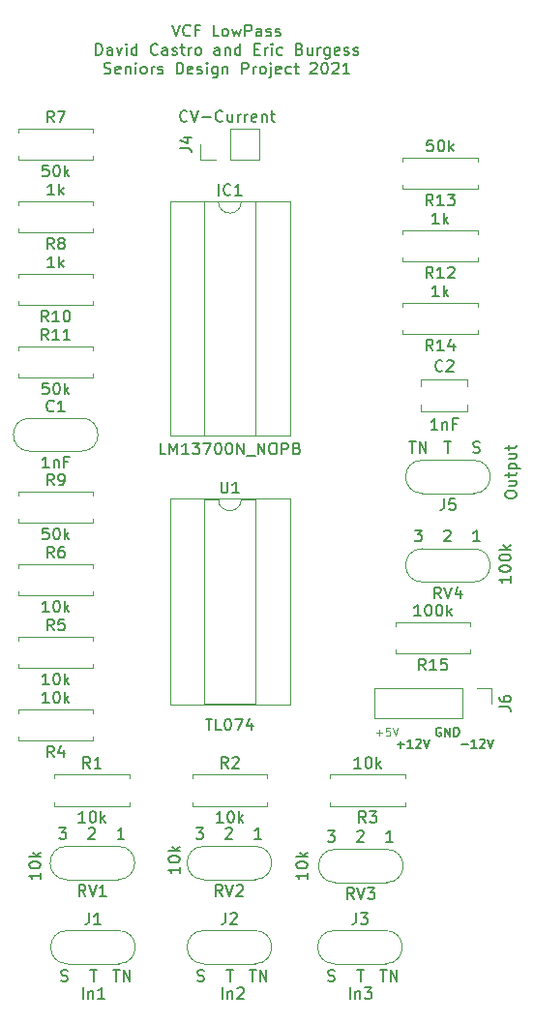
<source format=gto>
%TF.GenerationSoftware,KiCad,Pcbnew,(5.1.12)-1*%
%TF.CreationDate,2021-11-26T16:16:20-08:00*%
%TF.ProjectId,VCF_LowPass,5643465f-4c6f-4775-9061-73732e6b6963,rev?*%
%TF.SameCoordinates,Original*%
%TF.FileFunction,Legend,Top*%
%TF.FilePolarity,Positive*%
%FSLAX46Y46*%
G04 Gerber Fmt 4.6, Leading zero omitted, Abs format (unit mm)*
G04 Created by KiCad (PCBNEW (5.1.12)-1) date 2021-11-26 16:16:20*
%MOMM*%
%LPD*%
G01*
G04 APERTURE LIST*
%ADD10C,0.125000*%
%ADD11C,0.150000*%
%ADD12C,0.127000*%
%ADD13C,0.120000*%
%ADD14C,1.700000*%
%ADD15O,2.400000X1.600000*%
%ADD16R,2.400000X1.600000*%
%ADD17C,1.600000*%
%ADD18R,1.700000X1.700000*%
%ADD19O,1.700000X1.700000*%
%ADD20O,1.600000X1.600000*%
G04 APERTURE END LIST*
D10*
X90540000Y-138480000D02*
X91073333Y-138480000D01*
X90806666Y-138746666D02*
X90806666Y-138213333D01*
X91740000Y-138046666D02*
X91406666Y-138046666D01*
X91373333Y-138380000D01*
X91406666Y-138346666D01*
X91473333Y-138313333D01*
X91640000Y-138313333D01*
X91706666Y-138346666D01*
X91740000Y-138380000D01*
X91773333Y-138446666D01*
X91773333Y-138613333D01*
X91740000Y-138680000D01*
X91706666Y-138713333D01*
X91640000Y-138746666D01*
X91473333Y-138746666D01*
X91406666Y-138713333D01*
X91373333Y-138680000D01*
X91973333Y-138046666D02*
X92206666Y-138746666D01*
X92440000Y-138046666D01*
D11*
X88225428Y-161742380D02*
X88225428Y-160742380D01*
X88701619Y-161075714D02*
X88701619Y-161742380D01*
X88701619Y-161170952D02*
X88749238Y-161123333D01*
X88844476Y-161075714D01*
X88987333Y-161075714D01*
X89082571Y-161123333D01*
X89130190Y-161218571D01*
X89130190Y-161742380D01*
X89511142Y-160742380D02*
X90130190Y-160742380D01*
X89796857Y-161123333D01*
X89939714Y-161123333D01*
X90034952Y-161170952D01*
X90082571Y-161218571D01*
X90130190Y-161313809D01*
X90130190Y-161551904D01*
X90082571Y-161647142D01*
X90034952Y-161694761D01*
X89939714Y-161742380D01*
X89654000Y-161742380D01*
X89558761Y-161694761D01*
X89511142Y-161647142D01*
X77049428Y-161742380D02*
X77049428Y-160742380D01*
X77525619Y-161075714D02*
X77525619Y-161742380D01*
X77525619Y-161170952D02*
X77573238Y-161123333D01*
X77668476Y-161075714D01*
X77811333Y-161075714D01*
X77906571Y-161123333D01*
X77954190Y-161218571D01*
X77954190Y-161742380D01*
X78382761Y-160837619D02*
X78430380Y-160790000D01*
X78525619Y-160742380D01*
X78763714Y-160742380D01*
X78858952Y-160790000D01*
X78906571Y-160837619D01*
X78954190Y-160932857D01*
X78954190Y-161028095D01*
X78906571Y-161170952D01*
X78335142Y-161742380D01*
X78954190Y-161742380D01*
X64857428Y-161742380D02*
X64857428Y-160742380D01*
X65333619Y-161075714D02*
X65333619Y-161742380D01*
X65333619Y-161170952D02*
X65381238Y-161123333D01*
X65476476Y-161075714D01*
X65619333Y-161075714D01*
X65714571Y-161123333D01*
X65762190Y-161218571D01*
X65762190Y-161742380D01*
X66762190Y-161742380D02*
X66190761Y-161742380D01*
X66476476Y-161742380D02*
X66476476Y-160742380D01*
X66381238Y-160885238D01*
X66286000Y-160980476D01*
X66190761Y-161028095D01*
X72684285Y-76542380D02*
X73017619Y-77542380D01*
X73350952Y-76542380D01*
X74255714Y-77447142D02*
X74208095Y-77494761D01*
X74065238Y-77542380D01*
X73970000Y-77542380D01*
X73827142Y-77494761D01*
X73731904Y-77399523D01*
X73684285Y-77304285D01*
X73636666Y-77113809D01*
X73636666Y-76970952D01*
X73684285Y-76780476D01*
X73731904Y-76685238D01*
X73827142Y-76590000D01*
X73970000Y-76542380D01*
X74065238Y-76542380D01*
X74208095Y-76590000D01*
X74255714Y-76637619D01*
X75017619Y-77018571D02*
X74684285Y-77018571D01*
X74684285Y-77542380D02*
X74684285Y-76542380D01*
X75160476Y-76542380D01*
X76779523Y-77542380D02*
X76303333Y-77542380D01*
X76303333Y-76542380D01*
X77255714Y-77542380D02*
X77160476Y-77494761D01*
X77112857Y-77447142D01*
X77065238Y-77351904D01*
X77065238Y-77066190D01*
X77112857Y-76970952D01*
X77160476Y-76923333D01*
X77255714Y-76875714D01*
X77398571Y-76875714D01*
X77493809Y-76923333D01*
X77541428Y-76970952D01*
X77589047Y-77066190D01*
X77589047Y-77351904D01*
X77541428Y-77447142D01*
X77493809Y-77494761D01*
X77398571Y-77542380D01*
X77255714Y-77542380D01*
X77922380Y-76875714D02*
X78112857Y-77542380D01*
X78303333Y-77066190D01*
X78493809Y-77542380D01*
X78684285Y-76875714D01*
X79065238Y-77542380D02*
X79065238Y-76542380D01*
X79446190Y-76542380D01*
X79541428Y-76590000D01*
X79589047Y-76637619D01*
X79636666Y-76732857D01*
X79636666Y-76875714D01*
X79589047Y-76970952D01*
X79541428Y-77018571D01*
X79446190Y-77066190D01*
X79065238Y-77066190D01*
X80493809Y-77542380D02*
X80493809Y-77018571D01*
X80446190Y-76923333D01*
X80350952Y-76875714D01*
X80160476Y-76875714D01*
X80065238Y-76923333D01*
X80493809Y-77494761D02*
X80398571Y-77542380D01*
X80160476Y-77542380D01*
X80065238Y-77494761D01*
X80017619Y-77399523D01*
X80017619Y-77304285D01*
X80065238Y-77209047D01*
X80160476Y-77161428D01*
X80398571Y-77161428D01*
X80493809Y-77113809D01*
X80922380Y-77494761D02*
X81017619Y-77542380D01*
X81208095Y-77542380D01*
X81303333Y-77494761D01*
X81350952Y-77399523D01*
X81350952Y-77351904D01*
X81303333Y-77256666D01*
X81208095Y-77209047D01*
X81065238Y-77209047D01*
X80970000Y-77161428D01*
X80922380Y-77066190D01*
X80922380Y-77018571D01*
X80970000Y-76923333D01*
X81065238Y-76875714D01*
X81208095Y-76875714D01*
X81303333Y-76923333D01*
X81731904Y-77494761D02*
X81827142Y-77542380D01*
X82017619Y-77542380D01*
X82112857Y-77494761D01*
X82160476Y-77399523D01*
X82160476Y-77351904D01*
X82112857Y-77256666D01*
X82017619Y-77209047D01*
X81874761Y-77209047D01*
X81779523Y-77161428D01*
X81731904Y-77066190D01*
X81731904Y-77018571D01*
X81779523Y-76923333D01*
X81874761Y-76875714D01*
X82017619Y-76875714D01*
X82112857Y-76923333D01*
X66017619Y-79192380D02*
X66017619Y-78192380D01*
X66255714Y-78192380D01*
X66398571Y-78240000D01*
X66493809Y-78335238D01*
X66541428Y-78430476D01*
X66589047Y-78620952D01*
X66589047Y-78763809D01*
X66541428Y-78954285D01*
X66493809Y-79049523D01*
X66398571Y-79144761D01*
X66255714Y-79192380D01*
X66017619Y-79192380D01*
X67446190Y-79192380D02*
X67446190Y-78668571D01*
X67398571Y-78573333D01*
X67303333Y-78525714D01*
X67112857Y-78525714D01*
X67017619Y-78573333D01*
X67446190Y-79144761D02*
X67350952Y-79192380D01*
X67112857Y-79192380D01*
X67017619Y-79144761D01*
X66970000Y-79049523D01*
X66970000Y-78954285D01*
X67017619Y-78859047D01*
X67112857Y-78811428D01*
X67350952Y-78811428D01*
X67446190Y-78763809D01*
X67827142Y-78525714D02*
X68065238Y-79192380D01*
X68303333Y-78525714D01*
X68684285Y-79192380D02*
X68684285Y-78525714D01*
X68684285Y-78192380D02*
X68636666Y-78240000D01*
X68684285Y-78287619D01*
X68731904Y-78240000D01*
X68684285Y-78192380D01*
X68684285Y-78287619D01*
X69589047Y-79192380D02*
X69589047Y-78192380D01*
X69589047Y-79144761D02*
X69493809Y-79192380D01*
X69303333Y-79192380D01*
X69208095Y-79144761D01*
X69160476Y-79097142D01*
X69112857Y-79001904D01*
X69112857Y-78716190D01*
X69160476Y-78620952D01*
X69208095Y-78573333D01*
X69303333Y-78525714D01*
X69493809Y-78525714D01*
X69589047Y-78573333D01*
X71398571Y-79097142D02*
X71350952Y-79144761D01*
X71208095Y-79192380D01*
X71112857Y-79192380D01*
X70970000Y-79144761D01*
X70874761Y-79049523D01*
X70827142Y-78954285D01*
X70779523Y-78763809D01*
X70779523Y-78620952D01*
X70827142Y-78430476D01*
X70874761Y-78335238D01*
X70970000Y-78240000D01*
X71112857Y-78192380D01*
X71208095Y-78192380D01*
X71350952Y-78240000D01*
X71398571Y-78287619D01*
X72255714Y-79192380D02*
X72255714Y-78668571D01*
X72208095Y-78573333D01*
X72112857Y-78525714D01*
X71922380Y-78525714D01*
X71827142Y-78573333D01*
X72255714Y-79144761D02*
X72160476Y-79192380D01*
X71922380Y-79192380D01*
X71827142Y-79144761D01*
X71779523Y-79049523D01*
X71779523Y-78954285D01*
X71827142Y-78859047D01*
X71922380Y-78811428D01*
X72160476Y-78811428D01*
X72255714Y-78763809D01*
X72684285Y-79144761D02*
X72779523Y-79192380D01*
X72970000Y-79192380D01*
X73065238Y-79144761D01*
X73112857Y-79049523D01*
X73112857Y-79001904D01*
X73065238Y-78906666D01*
X72970000Y-78859047D01*
X72827142Y-78859047D01*
X72731904Y-78811428D01*
X72684285Y-78716190D01*
X72684285Y-78668571D01*
X72731904Y-78573333D01*
X72827142Y-78525714D01*
X72970000Y-78525714D01*
X73065238Y-78573333D01*
X73398571Y-78525714D02*
X73779523Y-78525714D01*
X73541428Y-78192380D02*
X73541428Y-79049523D01*
X73589047Y-79144761D01*
X73684285Y-79192380D01*
X73779523Y-79192380D01*
X74112857Y-79192380D02*
X74112857Y-78525714D01*
X74112857Y-78716190D02*
X74160476Y-78620952D01*
X74208095Y-78573333D01*
X74303333Y-78525714D01*
X74398571Y-78525714D01*
X74874761Y-79192380D02*
X74779523Y-79144761D01*
X74731904Y-79097142D01*
X74684285Y-79001904D01*
X74684285Y-78716190D01*
X74731904Y-78620952D01*
X74779523Y-78573333D01*
X74874761Y-78525714D01*
X75017619Y-78525714D01*
X75112857Y-78573333D01*
X75160476Y-78620952D01*
X75208095Y-78716190D01*
X75208095Y-79001904D01*
X75160476Y-79097142D01*
X75112857Y-79144761D01*
X75017619Y-79192380D01*
X74874761Y-79192380D01*
X76827142Y-79192380D02*
X76827142Y-78668571D01*
X76779523Y-78573333D01*
X76684285Y-78525714D01*
X76493809Y-78525714D01*
X76398571Y-78573333D01*
X76827142Y-79144761D02*
X76731904Y-79192380D01*
X76493809Y-79192380D01*
X76398571Y-79144761D01*
X76350952Y-79049523D01*
X76350952Y-78954285D01*
X76398571Y-78859047D01*
X76493809Y-78811428D01*
X76731904Y-78811428D01*
X76827142Y-78763809D01*
X77303333Y-78525714D02*
X77303333Y-79192380D01*
X77303333Y-78620952D02*
X77350952Y-78573333D01*
X77446190Y-78525714D01*
X77589047Y-78525714D01*
X77684285Y-78573333D01*
X77731904Y-78668571D01*
X77731904Y-79192380D01*
X78636666Y-79192380D02*
X78636666Y-78192380D01*
X78636666Y-79144761D02*
X78541428Y-79192380D01*
X78350952Y-79192380D01*
X78255714Y-79144761D01*
X78208095Y-79097142D01*
X78160476Y-79001904D01*
X78160476Y-78716190D01*
X78208095Y-78620952D01*
X78255714Y-78573333D01*
X78350952Y-78525714D01*
X78541428Y-78525714D01*
X78636666Y-78573333D01*
X79874761Y-78668571D02*
X80208095Y-78668571D01*
X80350952Y-79192380D02*
X79874761Y-79192380D01*
X79874761Y-78192380D01*
X80350952Y-78192380D01*
X80779523Y-79192380D02*
X80779523Y-78525714D01*
X80779523Y-78716190D02*
X80827142Y-78620952D01*
X80874761Y-78573333D01*
X80970000Y-78525714D01*
X81065238Y-78525714D01*
X81398571Y-79192380D02*
X81398571Y-78525714D01*
X81398571Y-78192380D02*
X81350952Y-78240000D01*
X81398571Y-78287619D01*
X81446190Y-78240000D01*
X81398571Y-78192380D01*
X81398571Y-78287619D01*
X82303333Y-79144761D02*
X82208095Y-79192380D01*
X82017619Y-79192380D01*
X81922380Y-79144761D01*
X81874761Y-79097142D01*
X81827142Y-79001904D01*
X81827142Y-78716190D01*
X81874761Y-78620952D01*
X81922380Y-78573333D01*
X82017619Y-78525714D01*
X82208095Y-78525714D01*
X82303333Y-78573333D01*
X83827142Y-78668571D02*
X83970000Y-78716190D01*
X84017619Y-78763809D01*
X84065238Y-78859047D01*
X84065238Y-79001904D01*
X84017619Y-79097142D01*
X83970000Y-79144761D01*
X83874761Y-79192380D01*
X83493809Y-79192380D01*
X83493809Y-78192380D01*
X83827142Y-78192380D01*
X83922380Y-78240000D01*
X83970000Y-78287619D01*
X84017619Y-78382857D01*
X84017619Y-78478095D01*
X83970000Y-78573333D01*
X83922380Y-78620952D01*
X83827142Y-78668571D01*
X83493809Y-78668571D01*
X84922380Y-78525714D02*
X84922380Y-79192380D01*
X84493809Y-78525714D02*
X84493809Y-79049523D01*
X84541428Y-79144761D01*
X84636666Y-79192380D01*
X84779523Y-79192380D01*
X84874761Y-79144761D01*
X84922380Y-79097142D01*
X85398571Y-79192380D02*
X85398571Y-78525714D01*
X85398571Y-78716190D02*
X85446190Y-78620952D01*
X85493809Y-78573333D01*
X85589047Y-78525714D01*
X85684285Y-78525714D01*
X86446190Y-78525714D02*
X86446190Y-79335238D01*
X86398571Y-79430476D01*
X86350952Y-79478095D01*
X86255714Y-79525714D01*
X86112857Y-79525714D01*
X86017619Y-79478095D01*
X86446190Y-79144761D02*
X86350952Y-79192380D01*
X86160476Y-79192380D01*
X86065238Y-79144761D01*
X86017619Y-79097142D01*
X85970000Y-79001904D01*
X85970000Y-78716190D01*
X86017619Y-78620952D01*
X86065238Y-78573333D01*
X86160476Y-78525714D01*
X86350952Y-78525714D01*
X86446190Y-78573333D01*
X87303333Y-79144761D02*
X87208095Y-79192380D01*
X87017619Y-79192380D01*
X86922380Y-79144761D01*
X86874761Y-79049523D01*
X86874761Y-78668571D01*
X86922380Y-78573333D01*
X87017619Y-78525714D01*
X87208095Y-78525714D01*
X87303333Y-78573333D01*
X87350952Y-78668571D01*
X87350952Y-78763809D01*
X86874761Y-78859047D01*
X87731904Y-79144761D02*
X87827142Y-79192380D01*
X88017619Y-79192380D01*
X88112857Y-79144761D01*
X88160476Y-79049523D01*
X88160476Y-79001904D01*
X88112857Y-78906666D01*
X88017619Y-78859047D01*
X87874761Y-78859047D01*
X87779523Y-78811428D01*
X87731904Y-78716190D01*
X87731904Y-78668571D01*
X87779523Y-78573333D01*
X87874761Y-78525714D01*
X88017619Y-78525714D01*
X88112857Y-78573333D01*
X88541428Y-79144761D02*
X88636666Y-79192380D01*
X88827142Y-79192380D01*
X88922380Y-79144761D01*
X88970000Y-79049523D01*
X88970000Y-79001904D01*
X88922380Y-78906666D01*
X88827142Y-78859047D01*
X88684285Y-78859047D01*
X88589047Y-78811428D01*
X88541428Y-78716190D01*
X88541428Y-78668571D01*
X88589047Y-78573333D01*
X88684285Y-78525714D01*
X88827142Y-78525714D01*
X88922380Y-78573333D01*
X66731904Y-80794761D02*
X66874761Y-80842380D01*
X67112857Y-80842380D01*
X67208095Y-80794761D01*
X67255714Y-80747142D01*
X67303333Y-80651904D01*
X67303333Y-80556666D01*
X67255714Y-80461428D01*
X67208095Y-80413809D01*
X67112857Y-80366190D01*
X66922380Y-80318571D01*
X66827142Y-80270952D01*
X66779523Y-80223333D01*
X66731904Y-80128095D01*
X66731904Y-80032857D01*
X66779523Y-79937619D01*
X66827142Y-79890000D01*
X66922380Y-79842380D01*
X67160476Y-79842380D01*
X67303333Y-79890000D01*
X68112857Y-80794761D02*
X68017619Y-80842380D01*
X67827142Y-80842380D01*
X67731904Y-80794761D01*
X67684285Y-80699523D01*
X67684285Y-80318571D01*
X67731904Y-80223333D01*
X67827142Y-80175714D01*
X68017619Y-80175714D01*
X68112857Y-80223333D01*
X68160476Y-80318571D01*
X68160476Y-80413809D01*
X67684285Y-80509047D01*
X68589047Y-80175714D02*
X68589047Y-80842380D01*
X68589047Y-80270952D02*
X68636666Y-80223333D01*
X68731904Y-80175714D01*
X68874761Y-80175714D01*
X68970000Y-80223333D01*
X69017619Y-80318571D01*
X69017619Y-80842380D01*
X69493809Y-80842380D02*
X69493809Y-80175714D01*
X69493809Y-79842380D02*
X69446190Y-79890000D01*
X69493809Y-79937619D01*
X69541428Y-79890000D01*
X69493809Y-79842380D01*
X69493809Y-79937619D01*
X70112857Y-80842380D02*
X70017619Y-80794761D01*
X69970000Y-80747142D01*
X69922380Y-80651904D01*
X69922380Y-80366190D01*
X69970000Y-80270952D01*
X70017619Y-80223333D01*
X70112857Y-80175714D01*
X70255714Y-80175714D01*
X70350952Y-80223333D01*
X70398571Y-80270952D01*
X70446190Y-80366190D01*
X70446190Y-80651904D01*
X70398571Y-80747142D01*
X70350952Y-80794761D01*
X70255714Y-80842380D01*
X70112857Y-80842380D01*
X70874761Y-80842380D02*
X70874761Y-80175714D01*
X70874761Y-80366190D02*
X70922380Y-80270952D01*
X70970000Y-80223333D01*
X71065238Y-80175714D01*
X71160476Y-80175714D01*
X71446190Y-80794761D02*
X71541428Y-80842380D01*
X71731904Y-80842380D01*
X71827142Y-80794761D01*
X71874761Y-80699523D01*
X71874761Y-80651904D01*
X71827142Y-80556666D01*
X71731904Y-80509047D01*
X71589047Y-80509047D01*
X71493809Y-80461428D01*
X71446190Y-80366190D01*
X71446190Y-80318571D01*
X71493809Y-80223333D01*
X71589047Y-80175714D01*
X71731904Y-80175714D01*
X71827142Y-80223333D01*
X73065238Y-80842380D02*
X73065238Y-79842380D01*
X73303333Y-79842380D01*
X73446190Y-79890000D01*
X73541428Y-79985238D01*
X73589047Y-80080476D01*
X73636666Y-80270952D01*
X73636666Y-80413809D01*
X73589047Y-80604285D01*
X73541428Y-80699523D01*
X73446190Y-80794761D01*
X73303333Y-80842380D01*
X73065238Y-80842380D01*
X74446190Y-80794761D02*
X74350952Y-80842380D01*
X74160476Y-80842380D01*
X74065238Y-80794761D01*
X74017619Y-80699523D01*
X74017619Y-80318571D01*
X74065238Y-80223333D01*
X74160476Y-80175714D01*
X74350952Y-80175714D01*
X74446190Y-80223333D01*
X74493809Y-80318571D01*
X74493809Y-80413809D01*
X74017619Y-80509047D01*
X74874761Y-80794761D02*
X74970000Y-80842380D01*
X75160476Y-80842380D01*
X75255714Y-80794761D01*
X75303333Y-80699523D01*
X75303333Y-80651904D01*
X75255714Y-80556666D01*
X75160476Y-80509047D01*
X75017619Y-80509047D01*
X74922380Y-80461428D01*
X74874761Y-80366190D01*
X74874761Y-80318571D01*
X74922380Y-80223333D01*
X75017619Y-80175714D01*
X75160476Y-80175714D01*
X75255714Y-80223333D01*
X75731904Y-80842380D02*
X75731904Y-80175714D01*
X75731904Y-79842380D02*
X75684285Y-79890000D01*
X75731904Y-79937619D01*
X75779523Y-79890000D01*
X75731904Y-79842380D01*
X75731904Y-79937619D01*
X76636666Y-80175714D02*
X76636666Y-80985238D01*
X76589047Y-81080476D01*
X76541428Y-81128095D01*
X76446190Y-81175714D01*
X76303333Y-81175714D01*
X76208095Y-81128095D01*
X76636666Y-80794761D02*
X76541428Y-80842380D01*
X76350952Y-80842380D01*
X76255714Y-80794761D01*
X76208095Y-80747142D01*
X76160476Y-80651904D01*
X76160476Y-80366190D01*
X76208095Y-80270952D01*
X76255714Y-80223333D01*
X76350952Y-80175714D01*
X76541428Y-80175714D01*
X76636666Y-80223333D01*
X77112857Y-80175714D02*
X77112857Y-80842380D01*
X77112857Y-80270952D02*
X77160476Y-80223333D01*
X77255714Y-80175714D01*
X77398571Y-80175714D01*
X77493809Y-80223333D01*
X77541428Y-80318571D01*
X77541428Y-80842380D01*
X78779523Y-80842380D02*
X78779523Y-79842380D01*
X79160476Y-79842380D01*
X79255714Y-79890000D01*
X79303333Y-79937619D01*
X79350952Y-80032857D01*
X79350952Y-80175714D01*
X79303333Y-80270952D01*
X79255714Y-80318571D01*
X79160476Y-80366190D01*
X78779523Y-80366190D01*
X79779523Y-80842380D02*
X79779523Y-80175714D01*
X79779523Y-80366190D02*
X79827142Y-80270952D01*
X79874761Y-80223333D01*
X79970000Y-80175714D01*
X80065238Y-80175714D01*
X80541428Y-80842380D02*
X80446190Y-80794761D01*
X80398571Y-80747142D01*
X80350952Y-80651904D01*
X80350952Y-80366190D01*
X80398571Y-80270952D01*
X80446190Y-80223333D01*
X80541428Y-80175714D01*
X80684285Y-80175714D01*
X80779523Y-80223333D01*
X80827142Y-80270952D01*
X80874761Y-80366190D01*
X80874761Y-80651904D01*
X80827142Y-80747142D01*
X80779523Y-80794761D01*
X80684285Y-80842380D01*
X80541428Y-80842380D01*
X81303333Y-80175714D02*
X81303333Y-81032857D01*
X81255714Y-81128095D01*
X81160476Y-81175714D01*
X81112857Y-81175714D01*
X81303333Y-79842380D02*
X81255714Y-79890000D01*
X81303333Y-79937619D01*
X81350952Y-79890000D01*
X81303333Y-79842380D01*
X81303333Y-79937619D01*
X82160476Y-80794761D02*
X82065238Y-80842380D01*
X81874761Y-80842380D01*
X81779523Y-80794761D01*
X81731904Y-80699523D01*
X81731904Y-80318571D01*
X81779523Y-80223333D01*
X81874761Y-80175714D01*
X82065238Y-80175714D01*
X82160476Y-80223333D01*
X82208095Y-80318571D01*
X82208095Y-80413809D01*
X81731904Y-80509047D01*
X83065238Y-80794761D02*
X82970000Y-80842380D01*
X82779523Y-80842380D01*
X82684285Y-80794761D01*
X82636666Y-80747142D01*
X82589047Y-80651904D01*
X82589047Y-80366190D01*
X82636666Y-80270952D01*
X82684285Y-80223333D01*
X82779523Y-80175714D01*
X82970000Y-80175714D01*
X83065238Y-80223333D01*
X83350952Y-80175714D02*
X83731904Y-80175714D01*
X83493809Y-79842380D02*
X83493809Y-80699523D01*
X83541428Y-80794761D01*
X83636666Y-80842380D01*
X83731904Y-80842380D01*
X84779523Y-79937619D02*
X84827142Y-79890000D01*
X84922380Y-79842380D01*
X85160476Y-79842380D01*
X85255714Y-79890000D01*
X85303333Y-79937619D01*
X85350952Y-80032857D01*
X85350952Y-80128095D01*
X85303333Y-80270952D01*
X84731904Y-80842380D01*
X85350952Y-80842380D01*
X85970000Y-79842380D02*
X86065238Y-79842380D01*
X86160476Y-79890000D01*
X86208095Y-79937619D01*
X86255714Y-80032857D01*
X86303333Y-80223333D01*
X86303333Y-80461428D01*
X86255714Y-80651904D01*
X86208095Y-80747142D01*
X86160476Y-80794761D01*
X86065238Y-80842380D01*
X85970000Y-80842380D01*
X85874761Y-80794761D01*
X85827142Y-80747142D01*
X85779523Y-80651904D01*
X85731904Y-80461428D01*
X85731904Y-80223333D01*
X85779523Y-80032857D01*
X85827142Y-79937619D01*
X85874761Y-79890000D01*
X85970000Y-79842380D01*
X86684285Y-79937619D02*
X86731904Y-79890000D01*
X86827142Y-79842380D01*
X87065238Y-79842380D01*
X87160476Y-79890000D01*
X87208095Y-79937619D01*
X87255714Y-80032857D01*
X87255714Y-80128095D01*
X87208095Y-80270952D01*
X86636666Y-80842380D01*
X87255714Y-80842380D01*
X88208095Y-80842380D02*
X87636666Y-80842380D01*
X87922380Y-80842380D02*
X87922380Y-79842380D01*
X87827142Y-79985238D01*
X87731904Y-80080476D01*
X87636666Y-80128095D01*
D12*
X97971428Y-139500428D02*
X98552000Y-139500428D01*
X99314000Y-139790714D02*
X98878571Y-139790714D01*
X99096285Y-139790714D02*
X99096285Y-139028714D01*
X99023714Y-139137571D01*
X98951142Y-139210142D01*
X98878571Y-139246428D01*
X99604285Y-139101285D02*
X99640571Y-139065000D01*
X99713142Y-139028714D01*
X99894571Y-139028714D01*
X99967142Y-139065000D01*
X100003428Y-139101285D01*
X100039714Y-139173857D01*
X100039714Y-139246428D01*
X100003428Y-139355285D01*
X99568000Y-139790714D01*
X100039714Y-139790714D01*
X100257428Y-139028714D02*
X100511428Y-139790714D01*
X100765428Y-139028714D01*
X96193428Y-138049000D02*
X96120857Y-138012714D01*
X96012000Y-138012714D01*
X95903142Y-138049000D01*
X95830571Y-138121571D01*
X95794285Y-138194142D01*
X95758000Y-138339285D01*
X95758000Y-138448142D01*
X95794285Y-138593285D01*
X95830571Y-138665857D01*
X95903142Y-138738428D01*
X96012000Y-138774714D01*
X96084571Y-138774714D01*
X96193428Y-138738428D01*
X96229714Y-138702142D01*
X96229714Y-138448142D01*
X96084571Y-138448142D01*
X96556285Y-138774714D02*
X96556285Y-138012714D01*
X96991714Y-138774714D01*
X96991714Y-138012714D01*
X97354571Y-138774714D02*
X97354571Y-138012714D01*
X97536000Y-138012714D01*
X97644857Y-138049000D01*
X97717428Y-138121571D01*
X97753714Y-138194142D01*
X97790000Y-138339285D01*
X97790000Y-138448142D01*
X97753714Y-138593285D01*
X97717428Y-138665857D01*
X97644857Y-138738428D01*
X97536000Y-138774714D01*
X97354571Y-138774714D01*
X92383428Y-139500428D02*
X92964000Y-139500428D01*
X92673714Y-139790714D02*
X92673714Y-139210142D01*
X93726000Y-139790714D02*
X93290571Y-139790714D01*
X93508285Y-139790714D02*
X93508285Y-139028714D01*
X93435714Y-139137571D01*
X93363142Y-139210142D01*
X93290571Y-139246428D01*
X94016285Y-139101285D02*
X94052571Y-139065000D01*
X94125142Y-139028714D01*
X94306571Y-139028714D01*
X94379142Y-139065000D01*
X94415428Y-139101285D01*
X94451714Y-139173857D01*
X94451714Y-139246428D01*
X94415428Y-139355285D01*
X93980000Y-139790714D01*
X94451714Y-139790714D01*
X94669428Y-139028714D02*
X94923428Y-139790714D01*
X95177428Y-139028714D01*
D13*
%TO.C,RV4*%
X99064000Y-125275000D02*
X94564000Y-125275000D01*
X99064000Y-122375000D02*
X94564000Y-122375000D01*
X94564000Y-122375000D02*
G75*
G03*
X94564000Y-125275000I0J-1450000D01*
G01*
X99064000Y-122375000D02*
G75*
G02*
X99064000Y-125275000I0J-1450000D01*
G01*
%TO.C,J5*%
X99064000Y-114628000D02*
X94564000Y-114628000D01*
X99064000Y-117528000D02*
X94564000Y-117528000D01*
X94564000Y-114628000D02*
G75*
G03*
X94564000Y-117528000I0J-1450000D01*
G01*
X99064000Y-114628000D02*
G75*
G02*
X99064000Y-117528000I0J-1450000D01*
G01*
%TO.C,RV1*%
X67949000Y-151310000D02*
X63449000Y-151310000D01*
X67949000Y-148410000D02*
X63449000Y-148410000D01*
X63449000Y-148410000D02*
G75*
G03*
X63449000Y-151310000I0J-1450000D01*
G01*
X67949000Y-148410000D02*
G75*
G02*
X67949000Y-151310000I0J-1450000D01*
G01*
%TO.C,RV3*%
X91444000Y-151564000D02*
X86944000Y-151564000D01*
X91444000Y-148664000D02*
X86944000Y-148664000D01*
X86944000Y-148664000D02*
G75*
G03*
X86944000Y-151564000I0J-1450000D01*
G01*
X91444000Y-148664000D02*
G75*
G02*
X91444000Y-151564000I0J-1450000D01*
G01*
%TO.C,RV2*%
X79934000Y-151310000D02*
X75434000Y-151310000D01*
X79934000Y-148410000D02*
X75434000Y-148410000D01*
X75434000Y-148410000D02*
G75*
G03*
X75434000Y-151310000I0J-1450000D01*
G01*
X79934000Y-148410000D02*
G75*
G02*
X79934000Y-151310000I0J-1450000D01*
G01*
%TO.C,J1*%
X63496000Y-158676000D02*
X67996000Y-158676000D01*
X63496000Y-155776000D02*
X67996000Y-155776000D01*
X67996000Y-158676000D02*
G75*
G03*
X67996000Y-155776000I0J1450000D01*
G01*
X63496000Y-158676000D02*
G75*
G02*
X63496000Y-155776000I0J1450000D01*
G01*
%TO.C,J2*%
X75434000Y-158676000D02*
X79934000Y-158676000D01*
X75434000Y-155776000D02*
X79934000Y-155776000D01*
X79934000Y-158676000D02*
G75*
G03*
X79934000Y-155776000I0J1450000D01*
G01*
X75434000Y-158676000D02*
G75*
G02*
X75434000Y-155776000I0J1450000D01*
G01*
%TO.C,J3*%
X86864000Y-158676000D02*
X91364000Y-158676000D01*
X86864000Y-155776000D02*
X91364000Y-155776000D01*
X91364000Y-158676000D02*
G75*
G03*
X91364000Y-155776000I0J1450000D01*
G01*
X86864000Y-158676000D02*
G75*
G02*
X86864000Y-155776000I0J1450000D01*
G01*
%TO.C,IC1*%
X82974000Y-91955000D02*
X72474000Y-91955000D01*
X82974000Y-112515000D02*
X82974000Y-91955000D01*
X72474000Y-112515000D02*
X82974000Y-112515000D01*
X72474000Y-91955000D02*
X72474000Y-112515000D01*
X79974000Y-92015000D02*
X78724000Y-92015000D01*
X79974000Y-112455000D02*
X79974000Y-92015000D01*
X75474000Y-112455000D02*
X79974000Y-112455000D01*
X75474000Y-92015000D02*
X75474000Y-112455000D01*
X76724000Y-92015000D02*
X75474000Y-92015000D01*
X78724000Y-92015000D02*
G75*
G02*
X76724000Y-92015000I-1000000J0D01*
G01*
%TO.C,C2*%
X98520000Y-109761000D02*
X98520000Y-110386000D01*
X98520000Y-107546000D02*
X98520000Y-108171000D01*
X94480000Y-109761000D02*
X94480000Y-110386000D01*
X94480000Y-107546000D02*
X94480000Y-108171000D01*
X94480000Y-110386000D02*
X98520000Y-110386000D01*
X94480000Y-107546000D02*
X98520000Y-107546000D01*
%TO.C,J4*%
X75124000Y-88325000D02*
X75124000Y-86995000D01*
X76454000Y-88325000D02*
X75124000Y-88325000D01*
X77724000Y-88325000D02*
X77724000Y-85665000D01*
X77724000Y-85665000D02*
X80324000Y-85665000D01*
X77724000Y-88325000D02*
X80324000Y-88325000D01*
X80324000Y-88325000D02*
X80324000Y-85665000D01*
%TO.C,J6*%
X100644000Y-134560000D02*
X100644000Y-135890000D01*
X99314000Y-134560000D02*
X100644000Y-134560000D01*
X98044000Y-134560000D02*
X98044000Y-137220000D01*
X98044000Y-137220000D02*
X90364000Y-137220000D01*
X98044000Y-134560000D02*
X90364000Y-134560000D01*
X90364000Y-134560000D02*
X90364000Y-137220000D01*
%TO.C,R1*%
X62389000Y-142470000D02*
X62389000Y-142140000D01*
X62389000Y-142140000D02*
X68929000Y-142140000D01*
X68929000Y-142140000D02*
X68929000Y-142470000D01*
X62389000Y-144550000D02*
X62389000Y-144880000D01*
X62389000Y-144880000D02*
X68929000Y-144880000D01*
X68929000Y-144880000D02*
X68929000Y-144550000D01*
%TO.C,R2*%
X80994000Y-144880000D02*
X80994000Y-144550000D01*
X74454000Y-144880000D02*
X80994000Y-144880000D01*
X74454000Y-144550000D02*
X74454000Y-144880000D01*
X80994000Y-142140000D02*
X80994000Y-142470000D01*
X74454000Y-142140000D02*
X80994000Y-142140000D01*
X74454000Y-142470000D02*
X74454000Y-142140000D01*
%TO.C,R3*%
X93059000Y-144550000D02*
X93059000Y-144880000D01*
X93059000Y-144880000D02*
X86519000Y-144880000D01*
X86519000Y-144880000D02*
X86519000Y-144550000D01*
X93059000Y-142470000D02*
X93059000Y-142140000D01*
X93059000Y-142140000D02*
X86519000Y-142140000D01*
X86519000Y-142140000D02*
X86519000Y-142470000D01*
%TO.C,R4*%
X59214000Y-136425000D02*
X59214000Y-136755000D01*
X65754000Y-136425000D02*
X59214000Y-136425000D01*
X65754000Y-136755000D02*
X65754000Y-136425000D01*
X59214000Y-139165000D02*
X59214000Y-138835000D01*
X65754000Y-139165000D02*
X59214000Y-139165000D01*
X65754000Y-138835000D02*
X65754000Y-139165000D01*
%TO.C,R5*%
X65754000Y-132815000D02*
X65754000Y-132485000D01*
X59214000Y-132815000D02*
X65754000Y-132815000D01*
X59214000Y-132485000D02*
X59214000Y-132815000D01*
X65754000Y-130075000D02*
X65754000Y-130405000D01*
X59214000Y-130075000D02*
X65754000Y-130075000D01*
X59214000Y-130405000D02*
X59214000Y-130075000D01*
%TO.C,R6*%
X59214000Y-124055000D02*
X59214000Y-123725000D01*
X59214000Y-123725000D02*
X65754000Y-123725000D01*
X65754000Y-123725000D02*
X65754000Y-124055000D01*
X59214000Y-126135000D02*
X59214000Y-126465000D01*
X59214000Y-126465000D02*
X65754000Y-126465000D01*
X65754000Y-126465000D02*
X65754000Y-126135000D01*
%TO.C,R7*%
X65754000Y-88365000D02*
X65754000Y-88035000D01*
X59214000Y-88365000D02*
X65754000Y-88365000D01*
X59214000Y-88035000D02*
X59214000Y-88365000D01*
X65754000Y-85625000D02*
X65754000Y-85955000D01*
X59214000Y-85625000D02*
X65754000Y-85625000D01*
X59214000Y-85955000D02*
X59214000Y-85625000D01*
%TO.C,R8*%
X65754000Y-94385000D02*
X65754000Y-94715000D01*
X65754000Y-94715000D02*
X59214000Y-94715000D01*
X59214000Y-94715000D02*
X59214000Y-94385000D01*
X65754000Y-92305000D02*
X65754000Y-91975000D01*
X65754000Y-91975000D02*
X59214000Y-91975000D01*
X59214000Y-91975000D02*
X59214000Y-92305000D01*
%TO.C,R9*%
X65754000Y-120115000D02*
X65754000Y-119785000D01*
X59214000Y-120115000D02*
X65754000Y-120115000D01*
X59214000Y-119785000D02*
X59214000Y-120115000D01*
X65754000Y-117375000D02*
X65754000Y-117705000D01*
X59214000Y-117375000D02*
X65754000Y-117375000D01*
X59214000Y-117705000D02*
X59214000Y-117375000D01*
%TO.C,R10*%
X65754000Y-100735000D02*
X65754000Y-101065000D01*
X65754000Y-101065000D02*
X59214000Y-101065000D01*
X59214000Y-101065000D02*
X59214000Y-100735000D01*
X65754000Y-98655000D02*
X65754000Y-98325000D01*
X65754000Y-98325000D02*
X59214000Y-98325000D01*
X59214000Y-98325000D02*
X59214000Y-98655000D01*
%TO.C,R11*%
X65754000Y-107415000D02*
X65754000Y-107085000D01*
X59214000Y-107415000D02*
X65754000Y-107415000D01*
X59214000Y-107085000D02*
X59214000Y-107415000D01*
X65754000Y-104675000D02*
X65754000Y-105005000D01*
X59214000Y-104675000D02*
X65754000Y-104675000D01*
X59214000Y-105005000D02*
X59214000Y-104675000D01*
%TO.C,R12*%
X99409000Y-96925000D02*
X99409000Y-97255000D01*
X99409000Y-97255000D02*
X92869000Y-97255000D01*
X92869000Y-97255000D02*
X92869000Y-96925000D01*
X99409000Y-94845000D02*
X99409000Y-94515000D01*
X99409000Y-94515000D02*
X92869000Y-94515000D01*
X92869000Y-94515000D02*
X92869000Y-94845000D01*
%TO.C,R13*%
X99409000Y-90575000D02*
X99409000Y-90905000D01*
X99409000Y-90905000D02*
X92869000Y-90905000D01*
X92869000Y-90905000D02*
X92869000Y-90575000D01*
X99409000Y-88495000D02*
X99409000Y-88165000D01*
X99409000Y-88165000D02*
X92869000Y-88165000D01*
X92869000Y-88165000D02*
X92869000Y-88495000D01*
%TO.C,R14*%
X92869000Y-100865000D02*
X92869000Y-101195000D01*
X99409000Y-100865000D02*
X92869000Y-100865000D01*
X99409000Y-101195000D02*
X99409000Y-100865000D01*
X92869000Y-103605000D02*
X92869000Y-103275000D01*
X99409000Y-103605000D02*
X92869000Y-103605000D01*
X99409000Y-103275000D02*
X99409000Y-103605000D01*
%TO.C,R15*%
X92234000Y-128805000D02*
X92234000Y-129135000D01*
X98774000Y-128805000D02*
X92234000Y-128805000D01*
X98774000Y-129135000D02*
X98774000Y-128805000D01*
X92234000Y-131545000D02*
X92234000Y-131215000D01*
X98774000Y-131545000D02*
X92234000Y-131545000D01*
X98774000Y-131215000D02*
X98774000Y-131545000D01*
%TO.C,U1*%
X82974000Y-117990000D02*
X72474000Y-117990000D01*
X82974000Y-136010000D02*
X82974000Y-117990000D01*
X72474000Y-136010000D02*
X82974000Y-136010000D01*
X72474000Y-117990000D02*
X72474000Y-136010000D01*
X79974000Y-118050000D02*
X78724000Y-118050000D01*
X79974000Y-135950000D02*
X79974000Y-118050000D01*
X75474000Y-135950000D02*
X79974000Y-135950000D01*
X75474000Y-118050000D02*
X75474000Y-135950000D01*
X76724000Y-118050000D02*
X75474000Y-118050000D01*
X78724000Y-118050000D02*
G75*
G02*
X76724000Y-118050000I-1000000J0D01*
G01*
%TO.C,C1*%
X60234000Y-113845000D02*
X64734000Y-113845000D01*
X60234000Y-110945000D02*
X64734000Y-110945000D01*
X60234000Y-113845000D02*
G75*
G02*
X60234000Y-110945000I0J1450000D01*
G01*
X64734000Y-113845000D02*
G75*
G03*
X64734000Y-110945000I0J1450000D01*
G01*
%TO.C,RV4*%
D11*
X96218761Y-126727380D02*
X95885428Y-126251190D01*
X95647333Y-126727380D02*
X95647333Y-125727380D01*
X96028285Y-125727380D01*
X96123523Y-125775000D01*
X96171142Y-125822619D01*
X96218761Y-125917857D01*
X96218761Y-126060714D01*
X96171142Y-126155952D01*
X96123523Y-126203571D01*
X96028285Y-126251190D01*
X95647333Y-126251190D01*
X96504476Y-125727380D02*
X96837809Y-126727380D01*
X97171142Y-125727380D01*
X97933047Y-126060714D02*
X97933047Y-126727380D01*
X97694952Y-125679761D02*
X97456857Y-126394047D01*
X98075904Y-126394047D01*
X102306380Y-124769428D02*
X102306380Y-125340857D01*
X102306380Y-125055142D02*
X101306380Y-125055142D01*
X101449238Y-125150380D01*
X101544476Y-125245619D01*
X101592095Y-125340857D01*
X101306380Y-124150380D02*
X101306380Y-124055142D01*
X101354000Y-123959904D01*
X101401619Y-123912285D01*
X101496857Y-123864666D01*
X101687333Y-123817047D01*
X101925428Y-123817047D01*
X102115904Y-123864666D01*
X102211142Y-123912285D01*
X102258761Y-123959904D01*
X102306380Y-124055142D01*
X102306380Y-124150380D01*
X102258761Y-124245619D01*
X102211142Y-124293238D01*
X102115904Y-124340857D01*
X101925428Y-124388476D01*
X101687333Y-124388476D01*
X101496857Y-124340857D01*
X101401619Y-124293238D01*
X101354000Y-124245619D01*
X101306380Y-124150380D01*
X101306380Y-123198000D02*
X101306380Y-123102761D01*
X101354000Y-123007523D01*
X101401619Y-122959904D01*
X101496857Y-122912285D01*
X101687333Y-122864666D01*
X101925428Y-122864666D01*
X102115904Y-122912285D01*
X102211142Y-122959904D01*
X102258761Y-123007523D01*
X102306380Y-123102761D01*
X102306380Y-123198000D01*
X102258761Y-123293238D01*
X102211142Y-123340857D01*
X102115904Y-123388476D01*
X101925428Y-123436095D01*
X101687333Y-123436095D01*
X101496857Y-123388476D01*
X101401619Y-123340857D01*
X101354000Y-123293238D01*
X101306380Y-123198000D01*
X102306380Y-122436095D02*
X101306380Y-122436095D01*
X101925428Y-122340857D02*
X102306380Y-122055142D01*
X101639714Y-122055142D02*
X102020666Y-122436095D01*
X93900666Y-120737380D02*
X94519714Y-120737380D01*
X94186380Y-121118333D01*
X94329238Y-121118333D01*
X94424476Y-121165952D01*
X94472095Y-121213571D01*
X94519714Y-121308809D01*
X94519714Y-121546904D01*
X94472095Y-121642142D01*
X94424476Y-121689761D01*
X94329238Y-121737380D01*
X94043523Y-121737380D01*
X93948285Y-121689761D01*
X93900666Y-121642142D01*
X96488285Y-120832619D02*
X96535904Y-120785000D01*
X96631142Y-120737380D01*
X96869238Y-120737380D01*
X96964476Y-120785000D01*
X97012095Y-120832619D01*
X97059714Y-120927857D01*
X97059714Y-121023095D01*
X97012095Y-121165952D01*
X96440666Y-121737380D01*
X97059714Y-121737380D01*
X99599714Y-121737380D02*
X99028285Y-121737380D01*
X99314000Y-121737380D02*
X99314000Y-120737380D01*
X99218761Y-120880238D01*
X99123523Y-120975476D01*
X99028285Y-121023095D01*
%TO.C,J5*%
X96480666Y-117980380D02*
X96480666Y-118694666D01*
X96433047Y-118837523D01*
X96337809Y-118932761D01*
X96194952Y-118980380D01*
X96099714Y-118980380D01*
X97433047Y-117980380D02*
X96956857Y-117980380D01*
X96909238Y-118456571D01*
X96956857Y-118408952D01*
X97052095Y-118361333D01*
X97290190Y-118361333D01*
X97385428Y-118408952D01*
X97433047Y-118456571D01*
X97480666Y-118551809D01*
X97480666Y-118789904D01*
X97433047Y-118885142D01*
X97385428Y-118932761D01*
X97290190Y-118980380D01*
X97052095Y-118980380D01*
X96956857Y-118932761D01*
X96909238Y-118885142D01*
X101814380Y-117720809D02*
X101814380Y-117530333D01*
X101862000Y-117435095D01*
X101957238Y-117339857D01*
X102147714Y-117292238D01*
X102481047Y-117292238D01*
X102671523Y-117339857D01*
X102766761Y-117435095D01*
X102814380Y-117530333D01*
X102814380Y-117720809D01*
X102766761Y-117816047D01*
X102671523Y-117911285D01*
X102481047Y-117958904D01*
X102147714Y-117958904D01*
X101957238Y-117911285D01*
X101862000Y-117816047D01*
X101814380Y-117720809D01*
X102147714Y-116435095D02*
X102814380Y-116435095D01*
X102147714Y-116863666D02*
X102671523Y-116863666D01*
X102766761Y-116816047D01*
X102814380Y-116720809D01*
X102814380Y-116577952D01*
X102766761Y-116482714D01*
X102719142Y-116435095D01*
X102147714Y-116101761D02*
X102147714Y-115720809D01*
X101814380Y-115958904D02*
X102671523Y-115958904D01*
X102766761Y-115911285D01*
X102814380Y-115816047D01*
X102814380Y-115720809D01*
X102147714Y-115387476D02*
X103147714Y-115387476D01*
X102195333Y-115387476D02*
X102147714Y-115292238D01*
X102147714Y-115101761D01*
X102195333Y-115006523D01*
X102242952Y-114958904D01*
X102338190Y-114911285D01*
X102623904Y-114911285D01*
X102719142Y-114958904D01*
X102766761Y-115006523D01*
X102814380Y-115101761D01*
X102814380Y-115292238D01*
X102766761Y-115387476D01*
X102147714Y-114054142D02*
X102814380Y-114054142D01*
X102147714Y-114482714D02*
X102671523Y-114482714D01*
X102766761Y-114435095D01*
X102814380Y-114339857D01*
X102814380Y-114197000D01*
X102766761Y-114101761D01*
X102719142Y-114054142D01*
X102147714Y-113720809D02*
X102147714Y-113339857D01*
X101814380Y-113577952D02*
X102671523Y-113577952D01*
X102766761Y-113530333D01*
X102814380Y-113435095D01*
X102814380Y-113339857D01*
X99028285Y-113942761D02*
X99171142Y-113990380D01*
X99409238Y-113990380D01*
X99504476Y-113942761D01*
X99552095Y-113895142D01*
X99599714Y-113799904D01*
X99599714Y-113704666D01*
X99552095Y-113609428D01*
X99504476Y-113561809D01*
X99409238Y-113514190D01*
X99218761Y-113466571D01*
X99123523Y-113418952D01*
X99075904Y-113371333D01*
X99028285Y-113276095D01*
X99028285Y-113180857D01*
X99075904Y-113085619D01*
X99123523Y-113038000D01*
X99218761Y-112990380D01*
X99456857Y-112990380D01*
X99599714Y-113038000D01*
X96488285Y-112990380D02*
X97059714Y-112990380D01*
X96774000Y-113990380D02*
X96774000Y-112990380D01*
X93424476Y-112990380D02*
X93995904Y-112990380D01*
X93710190Y-113990380D02*
X93710190Y-112990380D01*
X94329238Y-113990380D02*
X94329238Y-112990380D01*
X94900666Y-113990380D01*
X94900666Y-112990380D01*
%TO.C,RV1*%
X65103761Y-152762380D02*
X64770428Y-152286190D01*
X64532333Y-152762380D02*
X64532333Y-151762380D01*
X64913285Y-151762380D01*
X65008523Y-151810000D01*
X65056142Y-151857619D01*
X65103761Y-151952857D01*
X65103761Y-152095714D01*
X65056142Y-152190952D01*
X65008523Y-152238571D01*
X64913285Y-152286190D01*
X64532333Y-152286190D01*
X65389476Y-151762380D02*
X65722809Y-152762380D01*
X66056142Y-151762380D01*
X66913285Y-152762380D02*
X66341857Y-152762380D01*
X66627571Y-152762380D02*
X66627571Y-151762380D01*
X66532333Y-151905238D01*
X66437095Y-152000476D01*
X66341857Y-152048095D01*
X61158380Y-150709238D02*
X61158380Y-151280666D01*
X61158380Y-150994952D02*
X60158380Y-150994952D01*
X60301238Y-151090190D01*
X60396476Y-151185428D01*
X60444095Y-151280666D01*
X60158380Y-150090190D02*
X60158380Y-149994952D01*
X60206000Y-149899714D01*
X60253619Y-149852095D01*
X60348857Y-149804476D01*
X60539333Y-149756857D01*
X60777428Y-149756857D01*
X60967904Y-149804476D01*
X61063142Y-149852095D01*
X61110761Y-149899714D01*
X61158380Y-149994952D01*
X61158380Y-150090190D01*
X61110761Y-150185428D01*
X61063142Y-150233047D01*
X60967904Y-150280666D01*
X60777428Y-150328285D01*
X60539333Y-150328285D01*
X60348857Y-150280666D01*
X60253619Y-150233047D01*
X60206000Y-150185428D01*
X60158380Y-150090190D01*
X61158380Y-149328285D02*
X60158380Y-149328285D01*
X60777428Y-149233047D02*
X61158380Y-148947333D01*
X60491714Y-148947333D02*
X60872666Y-149328285D01*
X62785666Y-146772380D02*
X63404714Y-146772380D01*
X63071380Y-147153333D01*
X63214238Y-147153333D01*
X63309476Y-147200952D01*
X63357095Y-147248571D01*
X63404714Y-147343809D01*
X63404714Y-147581904D01*
X63357095Y-147677142D01*
X63309476Y-147724761D01*
X63214238Y-147772380D01*
X62928523Y-147772380D01*
X62833285Y-147724761D01*
X62785666Y-147677142D01*
X65373285Y-146867619D02*
X65420904Y-146820000D01*
X65516142Y-146772380D01*
X65754238Y-146772380D01*
X65849476Y-146820000D01*
X65897095Y-146867619D01*
X65944714Y-146962857D01*
X65944714Y-147058095D01*
X65897095Y-147200952D01*
X65325666Y-147772380D01*
X65944714Y-147772380D01*
X68484714Y-147772380D02*
X67913285Y-147772380D01*
X68199000Y-147772380D02*
X68199000Y-146772380D01*
X68103761Y-146915238D01*
X68008523Y-147010476D01*
X67913285Y-147058095D01*
%TO.C,RV3*%
X88598761Y-153016380D02*
X88265428Y-152540190D01*
X88027333Y-153016380D02*
X88027333Y-152016380D01*
X88408285Y-152016380D01*
X88503523Y-152064000D01*
X88551142Y-152111619D01*
X88598761Y-152206857D01*
X88598761Y-152349714D01*
X88551142Y-152444952D01*
X88503523Y-152492571D01*
X88408285Y-152540190D01*
X88027333Y-152540190D01*
X88884476Y-152016380D02*
X89217809Y-153016380D01*
X89551142Y-152016380D01*
X89789238Y-152016380D02*
X90408285Y-152016380D01*
X90074952Y-152397333D01*
X90217809Y-152397333D01*
X90313047Y-152444952D01*
X90360666Y-152492571D01*
X90408285Y-152587809D01*
X90408285Y-152825904D01*
X90360666Y-152921142D01*
X90313047Y-152968761D01*
X90217809Y-153016380D01*
X89932095Y-153016380D01*
X89836857Y-152968761D01*
X89789238Y-152921142D01*
X84526380Y-150709238D02*
X84526380Y-151280666D01*
X84526380Y-150994952D02*
X83526380Y-150994952D01*
X83669238Y-151090190D01*
X83764476Y-151185428D01*
X83812095Y-151280666D01*
X83526380Y-150090190D02*
X83526380Y-149994952D01*
X83574000Y-149899714D01*
X83621619Y-149852095D01*
X83716857Y-149804476D01*
X83907333Y-149756857D01*
X84145428Y-149756857D01*
X84335904Y-149804476D01*
X84431142Y-149852095D01*
X84478761Y-149899714D01*
X84526380Y-149994952D01*
X84526380Y-150090190D01*
X84478761Y-150185428D01*
X84431142Y-150233047D01*
X84335904Y-150280666D01*
X84145428Y-150328285D01*
X83907333Y-150328285D01*
X83716857Y-150280666D01*
X83621619Y-150233047D01*
X83574000Y-150185428D01*
X83526380Y-150090190D01*
X84526380Y-149328285D02*
X83526380Y-149328285D01*
X84145428Y-149233047D02*
X84526380Y-148947333D01*
X83859714Y-148947333D02*
X84240666Y-149328285D01*
X86280666Y-147026380D02*
X86899714Y-147026380D01*
X86566380Y-147407333D01*
X86709238Y-147407333D01*
X86804476Y-147454952D01*
X86852095Y-147502571D01*
X86899714Y-147597809D01*
X86899714Y-147835904D01*
X86852095Y-147931142D01*
X86804476Y-147978761D01*
X86709238Y-148026380D01*
X86423523Y-148026380D01*
X86328285Y-147978761D01*
X86280666Y-147931142D01*
X88868285Y-147121619D02*
X88915904Y-147074000D01*
X89011142Y-147026380D01*
X89249238Y-147026380D01*
X89344476Y-147074000D01*
X89392095Y-147121619D01*
X89439714Y-147216857D01*
X89439714Y-147312095D01*
X89392095Y-147454952D01*
X88820666Y-148026380D01*
X89439714Y-148026380D01*
X91979714Y-148026380D02*
X91408285Y-148026380D01*
X91694000Y-148026380D02*
X91694000Y-147026380D01*
X91598761Y-147169238D01*
X91503523Y-147264476D01*
X91408285Y-147312095D01*
%TO.C,RV2*%
X77088761Y-152762380D02*
X76755428Y-152286190D01*
X76517333Y-152762380D02*
X76517333Y-151762380D01*
X76898285Y-151762380D01*
X76993523Y-151810000D01*
X77041142Y-151857619D01*
X77088761Y-151952857D01*
X77088761Y-152095714D01*
X77041142Y-152190952D01*
X76993523Y-152238571D01*
X76898285Y-152286190D01*
X76517333Y-152286190D01*
X77374476Y-151762380D02*
X77707809Y-152762380D01*
X78041142Y-151762380D01*
X78326857Y-151857619D02*
X78374476Y-151810000D01*
X78469714Y-151762380D01*
X78707809Y-151762380D01*
X78803047Y-151810000D01*
X78850666Y-151857619D01*
X78898285Y-151952857D01*
X78898285Y-152048095D01*
X78850666Y-152190952D01*
X78279238Y-152762380D01*
X78898285Y-152762380D01*
X73350380Y-150201238D02*
X73350380Y-150772666D01*
X73350380Y-150486952D02*
X72350380Y-150486952D01*
X72493238Y-150582190D01*
X72588476Y-150677428D01*
X72636095Y-150772666D01*
X72350380Y-149582190D02*
X72350380Y-149486952D01*
X72398000Y-149391714D01*
X72445619Y-149344095D01*
X72540857Y-149296476D01*
X72731333Y-149248857D01*
X72969428Y-149248857D01*
X73159904Y-149296476D01*
X73255142Y-149344095D01*
X73302761Y-149391714D01*
X73350380Y-149486952D01*
X73350380Y-149582190D01*
X73302761Y-149677428D01*
X73255142Y-149725047D01*
X73159904Y-149772666D01*
X72969428Y-149820285D01*
X72731333Y-149820285D01*
X72540857Y-149772666D01*
X72445619Y-149725047D01*
X72398000Y-149677428D01*
X72350380Y-149582190D01*
X73350380Y-148820285D02*
X72350380Y-148820285D01*
X72969428Y-148725047D02*
X73350380Y-148439333D01*
X72683714Y-148439333D02*
X73064666Y-148820285D01*
X74770666Y-146772380D02*
X75389714Y-146772380D01*
X75056380Y-147153333D01*
X75199238Y-147153333D01*
X75294476Y-147200952D01*
X75342095Y-147248571D01*
X75389714Y-147343809D01*
X75389714Y-147581904D01*
X75342095Y-147677142D01*
X75294476Y-147724761D01*
X75199238Y-147772380D01*
X74913523Y-147772380D01*
X74818285Y-147724761D01*
X74770666Y-147677142D01*
X77358285Y-146867619D02*
X77405904Y-146820000D01*
X77501142Y-146772380D01*
X77739238Y-146772380D01*
X77834476Y-146820000D01*
X77882095Y-146867619D01*
X77929714Y-146962857D01*
X77929714Y-147058095D01*
X77882095Y-147200952D01*
X77310666Y-147772380D01*
X77929714Y-147772380D01*
X80469714Y-147772380D02*
X79898285Y-147772380D01*
X80184000Y-147772380D02*
X80184000Y-146772380D01*
X80088761Y-146915238D01*
X79993523Y-147010476D01*
X79898285Y-147058095D01*
%TO.C,J1*%
X65412666Y-154228380D02*
X65412666Y-154942666D01*
X65365047Y-155085523D01*
X65269809Y-155180761D01*
X65126952Y-155228380D01*
X65031714Y-155228380D01*
X66412666Y-155228380D02*
X65841238Y-155228380D01*
X66126952Y-155228380D02*
X66126952Y-154228380D01*
X66031714Y-154371238D01*
X65936476Y-154466476D01*
X65841238Y-154514095D01*
X62960285Y-160170761D02*
X63103142Y-160218380D01*
X63341238Y-160218380D01*
X63436476Y-160170761D01*
X63484095Y-160123142D01*
X63531714Y-160027904D01*
X63531714Y-159932666D01*
X63484095Y-159837428D01*
X63436476Y-159789809D01*
X63341238Y-159742190D01*
X63150761Y-159694571D01*
X63055523Y-159646952D01*
X63007904Y-159599333D01*
X62960285Y-159504095D01*
X62960285Y-159408857D01*
X63007904Y-159313619D01*
X63055523Y-159266000D01*
X63150761Y-159218380D01*
X63388857Y-159218380D01*
X63531714Y-159266000D01*
X65500285Y-159218380D02*
X66071714Y-159218380D01*
X65786000Y-160218380D02*
X65786000Y-159218380D01*
X67516476Y-159218380D02*
X68087904Y-159218380D01*
X67802190Y-160218380D02*
X67802190Y-159218380D01*
X68421238Y-160218380D02*
X68421238Y-159218380D01*
X68992666Y-160218380D01*
X68992666Y-159218380D01*
%TO.C,J2*%
X77350666Y-154228380D02*
X77350666Y-154942666D01*
X77303047Y-155085523D01*
X77207809Y-155180761D01*
X77064952Y-155228380D01*
X76969714Y-155228380D01*
X77779238Y-154323619D02*
X77826857Y-154276000D01*
X77922095Y-154228380D01*
X78160190Y-154228380D01*
X78255428Y-154276000D01*
X78303047Y-154323619D01*
X78350666Y-154418857D01*
X78350666Y-154514095D01*
X78303047Y-154656952D01*
X77731619Y-155228380D01*
X78350666Y-155228380D01*
X74898285Y-160170761D02*
X75041142Y-160218380D01*
X75279238Y-160218380D01*
X75374476Y-160170761D01*
X75422095Y-160123142D01*
X75469714Y-160027904D01*
X75469714Y-159932666D01*
X75422095Y-159837428D01*
X75374476Y-159789809D01*
X75279238Y-159742190D01*
X75088761Y-159694571D01*
X74993523Y-159646952D01*
X74945904Y-159599333D01*
X74898285Y-159504095D01*
X74898285Y-159408857D01*
X74945904Y-159313619D01*
X74993523Y-159266000D01*
X75088761Y-159218380D01*
X75326857Y-159218380D01*
X75469714Y-159266000D01*
X77438285Y-159218380D02*
X78009714Y-159218380D01*
X77724000Y-160218380D02*
X77724000Y-159218380D01*
X79454476Y-159218380D02*
X80025904Y-159218380D01*
X79740190Y-160218380D02*
X79740190Y-159218380D01*
X80359238Y-160218380D02*
X80359238Y-159218380D01*
X80930666Y-160218380D01*
X80930666Y-159218380D01*
%TO.C,J3*%
X88780666Y-154228380D02*
X88780666Y-154942666D01*
X88733047Y-155085523D01*
X88637809Y-155180761D01*
X88494952Y-155228380D01*
X88399714Y-155228380D01*
X89161619Y-154228380D02*
X89780666Y-154228380D01*
X89447333Y-154609333D01*
X89590190Y-154609333D01*
X89685428Y-154656952D01*
X89733047Y-154704571D01*
X89780666Y-154799809D01*
X89780666Y-155037904D01*
X89733047Y-155133142D01*
X89685428Y-155180761D01*
X89590190Y-155228380D01*
X89304476Y-155228380D01*
X89209238Y-155180761D01*
X89161619Y-155133142D01*
X86328285Y-160170761D02*
X86471142Y-160218380D01*
X86709238Y-160218380D01*
X86804476Y-160170761D01*
X86852095Y-160123142D01*
X86899714Y-160027904D01*
X86899714Y-159932666D01*
X86852095Y-159837428D01*
X86804476Y-159789809D01*
X86709238Y-159742190D01*
X86518761Y-159694571D01*
X86423523Y-159646952D01*
X86375904Y-159599333D01*
X86328285Y-159504095D01*
X86328285Y-159408857D01*
X86375904Y-159313619D01*
X86423523Y-159266000D01*
X86518761Y-159218380D01*
X86756857Y-159218380D01*
X86899714Y-159266000D01*
X88868285Y-159218380D02*
X89439714Y-159218380D01*
X89154000Y-160218380D02*
X89154000Y-159218380D01*
X90884476Y-159218380D02*
X91455904Y-159218380D01*
X91170190Y-160218380D02*
X91170190Y-159218380D01*
X91789238Y-160218380D02*
X91789238Y-159218380D01*
X92360666Y-160218380D01*
X92360666Y-159218380D01*
%TO.C,IC1*%
X76747809Y-91467380D02*
X76747809Y-90467380D01*
X77795428Y-91372142D02*
X77747809Y-91419761D01*
X77604952Y-91467380D01*
X77509714Y-91467380D01*
X77366857Y-91419761D01*
X77271619Y-91324523D01*
X77224000Y-91229285D01*
X77176380Y-91038809D01*
X77176380Y-90895952D01*
X77224000Y-90705476D01*
X77271619Y-90610238D01*
X77366857Y-90515000D01*
X77509714Y-90467380D01*
X77604952Y-90467380D01*
X77747809Y-90515000D01*
X77795428Y-90562619D01*
X78747809Y-91467380D02*
X78176380Y-91467380D01*
X78462095Y-91467380D02*
X78462095Y-90467380D01*
X78366857Y-90610238D01*
X78271619Y-90705476D01*
X78176380Y-90753095D01*
X72128761Y-114117380D02*
X71652571Y-114117380D01*
X71652571Y-113117380D01*
X72462095Y-114117380D02*
X72462095Y-113117380D01*
X72795428Y-113831666D01*
X73128761Y-113117380D01*
X73128761Y-114117380D01*
X74128761Y-114117380D02*
X73557333Y-114117380D01*
X73843047Y-114117380D02*
X73843047Y-113117380D01*
X73747809Y-113260238D01*
X73652571Y-113355476D01*
X73557333Y-113403095D01*
X74462095Y-113117380D02*
X75081142Y-113117380D01*
X74747809Y-113498333D01*
X74890666Y-113498333D01*
X74985904Y-113545952D01*
X75033523Y-113593571D01*
X75081142Y-113688809D01*
X75081142Y-113926904D01*
X75033523Y-114022142D01*
X74985904Y-114069761D01*
X74890666Y-114117380D01*
X74604952Y-114117380D01*
X74509714Y-114069761D01*
X74462095Y-114022142D01*
X75414476Y-113117380D02*
X76081142Y-113117380D01*
X75652571Y-114117380D01*
X76652571Y-113117380D02*
X76747809Y-113117380D01*
X76843047Y-113165000D01*
X76890666Y-113212619D01*
X76938285Y-113307857D01*
X76985904Y-113498333D01*
X76985904Y-113736428D01*
X76938285Y-113926904D01*
X76890666Y-114022142D01*
X76843047Y-114069761D01*
X76747809Y-114117380D01*
X76652571Y-114117380D01*
X76557333Y-114069761D01*
X76509714Y-114022142D01*
X76462095Y-113926904D01*
X76414476Y-113736428D01*
X76414476Y-113498333D01*
X76462095Y-113307857D01*
X76509714Y-113212619D01*
X76557333Y-113165000D01*
X76652571Y-113117380D01*
X77604952Y-113117380D02*
X77700190Y-113117380D01*
X77795428Y-113165000D01*
X77843047Y-113212619D01*
X77890666Y-113307857D01*
X77938285Y-113498333D01*
X77938285Y-113736428D01*
X77890666Y-113926904D01*
X77843047Y-114022142D01*
X77795428Y-114069761D01*
X77700190Y-114117380D01*
X77604952Y-114117380D01*
X77509714Y-114069761D01*
X77462095Y-114022142D01*
X77414476Y-113926904D01*
X77366857Y-113736428D01*
X77366857Y-113498333D01*
X77414476Y-113307857D01*
X77462095Y-113212619D01*
X77509714Y-113165000D01*
X77604952Y-113117380D01*
X78366857Y-114117380D02*
X78366857Y-113117380D01*
X78938285Y-114117380D01*
X78938285Y-113117380D01*
X79176380Y-114212619D02*
X79938285Y-114212619D01*
X80176380Y-114117380D02*
X80176380Y-113117380D01*
X80747809Y-114117380D01*
X80747809Y-113117380D01*
X81414476Y-113117380D02*
X81604952Y-113117380D01*
X81700190Y-113165000D01*
X81795428Y-113260238D01*
X81843047Y-113450714D01*
X81843047Y-113784047D01*
X81795428Y-113974523D01*
X81700190Y-114069761D01*
X81604952Y-114117380D01*
X81414476Y-114117380D01*
X81319238Y-114069761D01*
X81224000Y-113974523D01*
X81176380Y-113784047D01*
X81176380Y-113450714D01*
X81224000Y-113260238D01*
X81319238Y-113165000D01*
X81414476Y-113117380D01*
X82271619Y-114117380D02*
X82271619Y-113117380D01*
X82652571Y-113117380D01*
X82747809Y-113165000D01*
X82795428Y-113212619D01*
X82843047Y-113307857D01*
X82843047Y-113450714D01*
X82795428Y-113545952D01*
X82747809Y-113593571D01*
X82652571Y-113641190D01*
X82271619Y-113641190D01*
X83604952Y-113593571D02*
X83747809Y-113641190D01*
X83795428Y-113688809D01*
X83843047Y-113784047D01*
X83843047Y-113926904D01*
X83795428Y-114022142D01*
X83747809Y-114069761D01*
X83652571Y-114117380D01*
X83271619Y-114117380D01*
X83271619Y-113117380D01*
X83604952Y-113117380D01*
X83700190Y-113165000D01*
X83747809Y-113212619D01*
X83795428Y-113307857D01*
X83795428Y-113403095D01*
X83747809Y-113498333D01*
X83700190Y-113545952D01*
X83604952Y-113593571D01*
X83271619Y-113593571D01*
%TO.C,C2*%
X96333333Y-106773142D02*
X96285714Y-106820761D01*
X96142857Y-106868380D01*
X96047619Y-106868380D01*
X95904761Y-106820761D01*
X95809523Y-106725523D01*
X95761904Y-106630285D01*
X95714285Y-106439809D01*
X95714285Y-106296952D01*
X95761904Y-106106476D01*
X95809523Y-106011238D01*
X95904761Y-105916000D01*
X96047619Y-105868380D01*
X96142857Y-105868380D01*
X96285714Y-105916000D01*
X96333333Y-105963619D01*
X96714285Y-105963619D02*
X96761904Y-105916000D01*
X96857142Y-105868380D01*
X97095238Y-105868380D01*
X97190476Y-105916000D01*
X97238095Y-105963619D01*
X97285714Y-106058857D01*
X97285714Y-106154095D01*
X97238095Y-106296952D01*
X96666666Y-106868380D01*
X97285714Y-106868380D01*
X95904761Y-111968380D02*
X95333333Y-111968380D01*
X95619047Y-111968380D02*
X95619047Y-110968380D01*
X95523809Y-111111238D01*
X95428571Y-111206476D01*
X95333333Y-111254095D01*
X96333333Y-111301714D02*
X96333333Y-111968380D01*
X96333333Y-111396952D02*
X96380952Y-111349333D01*
X96476190Y-111301714D01*
X96619047Y-111301714D01*
X96714285Y-111349333D01*
X96761904Y-111444571D01*
X96761904Y-111968380D01*
X97571428Y-111444571D02*
X97238095Y-111444571D01*
X97238095Y-111968380D02*
X97238095Y-110968380D01*
X97714285Y-110968380D01*
%TO.C,J4*%
X73366380Y-87328333D02*
X74080666Y-87328333D01*
X74223523Y-87375952D01*
X74318761Y-87471190D01*
X74366380Y-87614047D01*
X74366380Y-87709285D01*
X73699714Y-86423571D02*
X74366380Y-86423571D01*
X73318761Y-86661666D02*
X74033047Y-86899761D01*
X74033047Y-86280714D01*
X73993809Y-84939142D02*
X73946190Y-84986761D01*
X73803333Y-85034380D01*
X73708095Y-85034380D01*
X73565238Y-84986761D01*
X73470000Y-84891523D01*
X73422380Y-84796285D01*
X73374761Y-84605809D01*
X73374761Y-84462952D01*
X73422380Y-84272476D01*
X73470000Y-84177238D01*
X73565238Y-84082000D01*
X73708095Y-84034380D01*
X73803333Y-84034380D01*
X73946190Y-84082000D01*
X73993809Y-84129619D01*
X74279523Y-84034380D02*
X74612857Y-85034380D01*
X74946190Y-84034380D01*
X75279523Y-84653428D02*
X76041428Y-84653428D01*
X77089047Y-84939142D02*
X77041428Y-84986761D01*
X76898571Y-85034380D01*
X76803333Y-85034380D01*
X76660476Y-84986761D01*
X76565238Y-84891523D01*
X76517619Y-84796285D01*
X76470000Y-84605809D01*
X76470000Y-84462952D01*
X76517619Y-84272476D01*
X76565238Y-84177238D01*
X76660476Y-84082000D01*
X76803333Y-84034380D01*
X76898571Y-84034380D01*
X77041428Y-84082000D01*
X77089047Y-84129619D01*
X77946190Y-84367714D02*
X77946190Y-85034380D01*
X77517619Y-84367714D02*
X77517619Y-84891523D01*
X77565238Y-84986761D01*
X77660476Y-85034380D01*
X77803333Y-85034380D01*
X77898571Y-84986761D01*
X77946190Y-84939142D01*
X78422380Y-85034380D02*
X78422380Y-84367714D01*
X78422380Y-84558190D02*
X78470000Y-84462952D01*
X78517619Y-84415333D01*
X78612857Y-84367714D01*
X78708095Y-84367714D01*
X79041428Y-85034380D02*
X79041428Y-84367714D01*
X79041428Y-84558190D02*
X79089047Y-84462952D01*
X79136666Y-84415333D01*
X79231904Y-84367714D01*
X79327142Y-84367714D01*
X80041428Y-84986761D02*
X79946190Y-85034380D01*
X79755714Y-85034380D01*
X79660476Y-84986761D01*
X79612857Y-84891523D01*
X79612857Y-84510571D01*
X79660476Y-84415333D01*
X79755714Y-84367714D01*
X79946190Y-84367714D01*
X80041428Y-84415333D01*
X80089047Y-84510571D01*
X80089047Y-84605809D01*
X79612857Y-84701047D01*
X80517619Y-84367714D02*
X80517619Y-85034380D01*
X80517619Y-84462952D02*
X80565238Y-84415333D01*
X80660476Y-84367714D01*
X80803333Y-84367714D01*
X80898571Y-84415333D01*
X80946190Y-84510571D01*
X80946190Y-85034380D01*
X81279523Y-84367714D02*
X81660476Y-84367714D01*
X81422380Y-84034380D02*
X81422380Y-84891523D01*
X81470000Y-84986761D01*
X81565238Y-85034380D01*
X81660476Y-85034380D01*
%TO.C,J6*%
X101306380Y-136223333D02*
X102020666Y-136223333D01*
X102163523Y-136270952D01*
X102258761Y-136366190D01*
X102306380Y-136509047D01*
X102306380Y-136604285D01*
X101306380Y-135318571D02*
X101306380Y-135509047D01*
X101354000Y-135604285D01*
X101401619Y-135651904D01*
X101544476Y-135747142D01*
X101734952Y-135794761D01*
X102115904Y-135794761D01*
X102211142Y-135747142D01*
X102258761Y-135699523D01*
X102306380Y-135604285D01*
X102306380Y-135413809D01*
X102258761Y-135318571D01*
X102211142Y-135270952D01*
X102115904Y-135223333D01*
X101877809Y-135223333D01*
X101782571Y-135270952D01*
X101734952Y-135318571D01*
X101687333Y-135413809D01*
X101687333Y-135604285D01*
X101734952Y-135699523D01*
X101782571Y-135747142D01*
X101877809Y-135794761D01*
%TO.C,R1*%
X65492333Y-141592380D02*
X65159000Y-141116190D01*
X64920904Y-141592380D02*
X64920904Y-140592380D01*
X65301857Y-140592380D01*
X65397095Y-140640000D01*
X65444714Y-140687619D01*
X65492333Y-140782857D01*
X65492333Y-140925714D01*
X65444714Y-141020952D01*
X65397095Y-141068571D01*
X65301857Y-141116190D01*
X64920904Y-141116190D01*
X66444714Y-141592380D02*
X65873285Y-141592380D01*
X66159000Y-141592380D02*
X66159000Y-140592380D01*
X66063761Y-140735238D01*
X65968523Y-140830476D01*
X65873285Y-140878095D01*
X65063761Y-146332380D02*
X64492333Y-146332380D01*
X64778047Y-146332380D02*
X64778047Y-145332380D01*
X64682809Y-145475238D01*
X64587571Y-145570476D01*
X64492333Y-145618095D01*
X65682809Y-145332380D02*
X65778047Y-145332380D01*
X65873285Y-145380000D01*
X65920904Y-145427619D01*
X65968523Y-145522857D01*
X66016142Y-145713333D01*
X66016142Y-145951428D01*
X65968523Y-146141904D01*
X65920904Y-146237142D01*
X65873285Y-146284761D01*
X65778047Y-146332380D01*
X65682809Y-146332380D01*
X65587571Y-146284761D01*
X65539952Y-146237142D01*
X65492333Y-146141904D01*
X65444714Y-145951428D01*
X65444714Y-145713333D01*
X65492333Y-145522857D01*
X65539952Y-145427619D01*
X65587571Y-145380000D01*
X65682809Y-145332380D01*
X66444714Y-146332380D02*
X66444714Y-145332380D01*
X66539952Y-145951428D02*
X66825666Y-146332380D01*
X66825666Y-145665714D02*
X66444714Y-146046666D01*
%TO.C,R2*%
X77557333Y-141592380D02*
X77224000Y-141116190D01*
X76985904Y-141592380D02*
X76985904Y-140592380D01*
X77366857Y-140592380D01*
X77462095Y-140640000D01*
X77509714Y-140687619D01*
X77557333Y-140782857D01*
X77557333Y-140925714D01*
X77509714Y-141020952D01*
X77462095Y-141068571D01*
X77366857Y-141116190D01*
X76985904Y-141116190D01*
X77938285Y-140687619D02*
X77985904Y-140640000D01*
X78081142Y-140592380D01*
X78319238Y-140592380D01*
X78414476Y-140640000D01*
X78462095Y-140687619D01*
X78509714Y-140782857D01*
X78509714Y-140878095D01*
X78462095Y-141020952D01*
X77890666Y-141592380D01*
X78509714Y-141592380D01*
X77128761Y-146332380D02*
X76557333Y-146332380D01*
X76843047Y-146332380D02*
X76843047Y-145332380D01*
X76747809Y-145475238D01*
X76652571Y-145570476D01*
X76557333Y-145618095D01*
X77747809Y-145332380D02*
X77843047Y-145332380D01*
X77938285Y-145380000D01*
X77985904Y-145427619D01*
X78033523Y-145522857D01*
X78081142Y-145713333D01*
X78081142Y-145951428D01*
X78033523Y-146141904D01*
X77985904Y-146237142D01*
X77938285Y-146284761D01*
X77843047Y-146332380D01*
X77747809Y-146332380D01*
X77652571Y-146284761D01*
X77604952Y-146237142D01*
X77557333Y-146141904D01*
X77509714Y-145951428D01*
X77509714Y-145713333D01*
X77557333Y-145522857D01*
X77604952Y-145427619D01*
X77652571Y-145380000D01*
X77747809Y-145332380D01*
X78509714Y-146332380D02*
X78509714Y-145332380D01*
X78604952Y-145951428D02*
X78890666Y-146332380D01*
X78890666Y-145665714D02*
X78509714Y-146046666D01*
%TO.C,R3*%
X89622333Y-146332380D02*
X89289000Y-145856190D01*
X89050904Y-146332380D02*
X89050904Y-145332380D01*
X89431857Y-145332380D01*
X89527095Y-145380000D01*
X89574714Y-145427619D01*
X89622333Y-145522857D01*
X89622333Y-145665714D01*
X89574714Y-145760952D01*
X89527095Y-145808571D01*
X89431857Y-145856190D01*
X89050904Y-145856190D01*
X89955666Y-145332380D02*
X90574714Y-145332380D01*
X90241380Y-145713333D01*
X90384238Y-145713333D01*
X90479476Y-145760952D01*
X90527095Y-145808571D01*
X90574714Y-145903809D01*
X90574714Y-146141904D01*
X90527095Y-146237142D01*
X90479476Y-146284761D01*
X90384238Y-146332380D01*
X90098523Y-146332380D01*
X90003285Y-146284761D01*
X89955666Y-146237142D01*
X89193761Y-141592380D02*
X88622333Y-141592380D01*
X88908047Y-141592380D02*
X88908047Y-140592380D01*
X88812809Y-140735238D01*
X88717571Y-140830476D01*
X88622333Y-140878095D01*
X89812809Y-140592380D02*
X89908047Y-140592380D01*
X90003285Y-140640000D01*
X90050904Y-140687619D01*
X90098523Y-140782857D01*
X90146142Y-140973333D01*
X90146142Y-141211428D01*
X90098523Y-141401904D01*
X90050904Y-141497142D01*
X90003285Y-141544761D01*
X89908047Y-141592380D01*
X89812809Y-141592380D01*
X89717571Y-141544761D01*
X89669952Y-141497142D01*
X89622333Y-141401904D01*
X89574714Y-141211428D01*
X89574714Y-140973333D01*
X89622333Y-140782857D01*
X89669952Y-140687619D01*
X89717571Y-140640000D01*
X89812809Y-140592380D01*
X90574714Y-141592380D02*
X90574714Y-140592380D01*
X90669952Y-141211428D02*
X90955666Y-141592380D01*
X90955666Y-140925714D02*
X90574714Y-141306666D01*
%TO.C,R4*%
X62317333Y-140617380D02*
X61984000Y-140141190D01*
X61745904Y-140617380D02*
X61745904Y-139617380D01*
X62126857Y-139617380D01*
X62222095Y-139665000D01*
X62269714Y-139712619D01*
X62317333Y-139807857D01*
X62317333Y-139950714D01*
X62269714Y-140045952D01*
X62222095Y-140093571D01*
X62126857Y-140141190D01*
X61745904Y-140141190D01*
X63174476Y-139950714D02*
X63174476Y-140617380D01*
X62936380Y-139569761D02*
X62698285Y-140284047D01*
X63317333Y-140284047D01*
X61888761Y-135877380D02*
X61317333Y-135877380D01*
X61603047Y-135877380D02*
X61603047Y-134877380D01*
X61507809Y-135020238D01*
X61412571Y-135115476D01*
X61317333Y-135163095D01*
X62507809Y-134877380D02*
X62603047Y-134877380D01*
X62698285Y-134925000D01*
X62745904Y-134972619D01*
X62793523Y-135067857D01*
X62841142Y-135258333D01*
X62841142Y-135496428D01*
X62793523Y-135686904D01*
X62745904Y-135782142D01*
X62698285Y-135829761D01*
X62603047Y-135877380D01*
X62507809Y-135877380D01*
X62412571Y-135829761D01*
X62364952Y-135782142D01*
X62317333Y-135686904D01*
X62269714Y-135496428D01*
X62269714Y-135258333D01*
X62317333Y-135067857D01*
X62364952Y-134972619D01*
X62412571Y-134925000D01*
X62507809Y-134877380D01*
X63269714Y-135877380D02*
X63269714Y-134877380D01*
X63364952Y-135496428D02*
X63650666Y-135877380D01*
X63650666Y-135210714D02*
X63269714Y-135591666D01*
%TO.C,R5*%
X62317333Y-129527380D02*
X61984000Y-129051190D01*
X61745904Y-129527380D02*
X61745904Y-128527380D01*
X62126857Y-128527380D01*
X62222095Y-128575000D01*
X62269714Y-128622619D01*
X62317333Y-128717857D01*
X62317333Y-128860714D01*
X62269714Y-128955952D01*
X62222095Y-129003571D01*
X62126857Y-129051190D01*
X61745904Y-129051190D01*
X63222095Y-128527380D02*
X62745904Y-128527380D01*
X62698285Y-129003571D01*
X62745904Y-128955952D01*
X62841142Y-128908333D01*
X63079238Y-128908333D01*
X63174476Y-128955952D01*
X63222095Y-129003571D01*
X63269714Y-129098809D01*
X63269714Y-129336904D01*
X63222095Y-129432142D01*
X63174476Y-129479761D01*
X63079238Y-129527380D01*
X62841142Y-129527380D01*
X62745904Y-129479761D01*
X62698285Y-129432142D01*
X61888761Y-134267380D02*
X61317333Y-134267380D01*
X61603047Y-134267380D02*
X61603047Y-133267380D01*
X61507809Y-133410238D01*
X61412571Y-133505476D01*
X61317333Y-133553095D01*
X62507809Y-133267380D02*
X62603047Y-133267380D01*
X62698285Y-133315000D01*
X62745904Y-133362619D01*
X62793523Y-133457857D01*
X62841142Y-133648333D01*
X62841142Y-133886428D01*
X62793523Y-134076904D01*
X62745904Y-134172142D01*
X62698285Y-134219761D01*
X62603047Y-134267380D01*
X62507809Y-134267380D01*
X62412571Y-134219761D01*
X62364952Y-134172142D01*
X62317333Y-134076904D01*
X62269714Y-133886428D01*
X62269714Y-133648333D01*
X62317333Y-133457857D01*
X62364952Y-133362619D01*
X62412571Y-133315000D01*
X62507809Y-133267380D01*
X63269714Y-134267380D02*
X63269714Y-133267380D01*
X63364952Y-133886428D02*
X63650666Y-134267380D01*
X63650666Y-133600714D02*
X63269714Y-133981666D01*
%TO.C,R6*%
X62317333Y-123177380D02*
X61984000Y-122701190D01*
X61745904Y-123177380D02*
X61745904Y-122177380D01*
X62126857Y-122177380D01*
X62222095Y-122225000D01*
X62269714Y-122272619D01*
X62317333Y-122367857D01*
X62317333Y-122510714D01*
X62269714Y-122605952D01*
X62222095Y-122653571D01*
X62126857Y-122701190D01*
X61745904Y-122701190D01*
X63174476Y-122177380D02*
X62984000Y-122177380D01*
X62888761Y-122225000D01*
X62841142Y-122272619D01*
X62745904Y-122415476D01*
X62698285Y-122605952D01*
X62698285Y-122986904D01*
X62745904Y-123082142D01*
X62793523Y-123129761D01*
X62888761Y-123177380D01*
X63079238Y-123177380D01*
X63174476Y-123129761D01*
X63222095Y-123082142D01*
X63269714Y-122986904D01*
X63269714Y-122748809D01*
X63222095Y-122653571D01*
X63174476Y-122605952D01*
X63079238Y-122558333D01*
X62888761Y-122558333D01*
X62793523Y-122605952D01*
X62745904Y-122653571D01*
X62698285Y-122748809D01*
X61888761Y-127917380D02*
X61317333Y-127917380D01*
X61603047Y-127917380D02*
X61603047Y-126917380D01*
X61507809Y-127060238D01*
X61412571Y-127155476D01*
X61317333Y-127203095D01*
X62507809Y-126917380D02*
X62603047Y-126917380D01*
X62698285Y-126965000D01*
X62745904Y-127012619D01*
X62793523Y-127107857D01*
X62841142Y-127298333D01*
X62841142Y-127536428D01*
X62793523Y-127726904D01*
X62745904Y-127822142D01*
X62698285Y-127869761D01*
X62603047Y-127917380D01*
X62507809Y-127917380D01*
X62412571Y-127869761D01*
X62364952Y-127822142D01*
X62317333Y-127726904D01*
X62269714Y-127536428D01*
X62269714Y-127298333D01*
X62317333Y-127107857D01*
X62364952Y-127012619D01*
X62412571Y-126965000D01*
X62507809Y-126917380D01*
X63269714Y-127917380D02*
X63269714Y-126917380D01*
X63364952Y-127536428D02*
X63650666Y-127917380D01*
X63650666Y-127250714D02*
X63269714Y-127631666D01*
%TO.C,R7*%
X62317333Y-85077380D02*
X61984000Y-84601190D01*
X61745904Y-85077380D02*
X61745904Y-84077380D01*
X62126857Y-84077380D01*
X62222095Y-84125000D01*
X62269714Y-84172619D01*
X62317333Y-84267857D01*
X62317333Y-84410714D01*
X62269714Y-84505952D01*
X62222095Y-84553571D01*
X62126857Y-84601190D01*
X61745904Y-84601190D01*
X62650666Y-84077380D02*
X63317333Y-84077380D01*
X62888761Y-85077380D01*
X61841142Y-88817380D02*
X61364952Y-88817380D01*
X61317333Y-89293571D01*
X61364952Y-89245952D01*
X61460190Y-89198333D01*
X61698285Y-89198333D01*
X61793523Y-89245952D01*
X61841142Y-89293571D01*
X61888761Y-89388809D01*
X61888761Y-89626904D01*
X61841142Y-89722142D01*
X61793523Y-89769761D01*
X61698285Y-89817380D01*
X61460190Y-89817380D01*
X61364952Y-89769761D01*
X61317333Y-89722142D01*
X62507809Y-88817380D02*
X62603047Y-88817380D01*
X62698285Y-88865000D01*
X62745904Y-88912619D01*
X62793523Y-89007857D01*
X62841142Y-89198333D01*
X62841142Y-89436428D01*
X62793523Y-89626904D01*
X62745904Y-89722142D01*
X62698285Y-89769761D01*
X62603047Y-89817380D01*
X62507809Y-89817380D01*
X62412571Y-89769761D01*
X62364952Y-89722142D01*
X62317333Y-89626904D01*
X62269714Y-89436428D01*
X62269714Y-89198333D01*
X62317333Y-89007857D01*
X62364952Y-88912619D01*
X62412571Y-88865000D01*
X62507809Y-88817380D01*
X63269714Y-89817380D02*
X63269714Y-88817380D01*
X63364952Y-89436428D02*
X63650666Y-89817380D01*
X63650666Y-89150714D02*
X63269714Y-89531666D01*
%TO.C,R8*%
X62317333Y-96167380D02*
X61984000Y-95691190D01*
X61745904Y-96167380D02*
X61745904Y-95167380D01*
X62126857Y-95167380D01*
X62222095Y-95215000D01*
X62269714Y-95262619D01*
X62317333Y-95357857D01*
X62317333Y-95500714D01*
X62269714Y-95595952D01*
X62222095Y-95643571D01*
X62126857Y-95691190D01*
X61745904Y-95691190D01*
X62888761Y-95595952D02*
X62793523Y-95548333D01*
X62745904Y-95500714D01*
X62698285Y-95405476D01*
X62698285Y-95357857D01*
X62745904Y-95262619D01*
X62793523Y-95215000D01*
X62888761Y-95167380D01*
X63079238Y-95167380D01*
X63174476Y-95215000D01*
X63222095Y-95262619D01*
X63269714Y-95357857D01*
X63269714Y-95405476D01*
X63222095Y-95500714D01*
X63174476Y-95548333D01*
X63079238Y-95595952D01*
X62888761Y-95595952D01*
X62793523Y-95643571D01*
X62745904Y-95691190D01*
X62698285Y-95786428D01*
X62698285Y-95976904D01*
X62745904Y-96072142D01*
X62793523Y-96119761D01*
X62888761Y-96167380D01*
X63079238Y-96167380D01*
X63174476Y-96119761D01*
X63222095Y-96072142D01*
X63269714Y-95976904D01*
X63269714Y-95786428D01*
X63222095Y-95691190D01*
X63174476Y-95643571D01*
X63079238Y-95595952D01*
X62364952Y-91427380D02*
X61793523Y-91427380D01*
X62079238Y-91427380D02*
X62079238Y-90427380D01*
X61984000Y-90570238D01*
X61888761Y-90665476D01*
X61793523Y-90713095D01*
X62793523Y-91427380D02*
X62793523Y-90427380D01*
X62888761Y-91046428D02*
X63174476Y-91427380D01*
X63174476Y-90760714D02*
X62793523Y-91141666D01*
%TO.C,R9*%
X62317333Y-116827380D02*
X61984000Y-116351190D01*
X61745904Y-116827380D02*
X61745904Y-115827380D01*
X62126857Y-115827380D01*
X62222095Y-115875000D01*
X62269714Y-115922619D01*
X62317333Y-116017857D01*
X62317333Y-116160714D01*
X62269714Y-116255952D01*
X62222095Y-116303571D01*
X62126857Y-116351190D01*
X61745904Y-116351190D01*
X62793523Y-116827380D02*
X62984000Y-116827380D01*
X63079238Y-116779761D01*
X63126857Y-116732142D01*
X63222095Y-116589285D01*
X63269714Y-116398809D01*
X63269714Y-116017857D01*
X63222095Y-115922619D01*
X63174476Y-115875000D01*
X63079238Y-115827380D01*
X62888761Y-115827380D01*
X62793523Y-115875000D01*
X62745904Y-115922619D01*
X62698285Y-116017857D01*
X62698285Y-116255952D01*
X62745904Y-116351190D01*
X62793523Y-116398809D01*
X62888761Y-116446428D01*
X63079238Y-116446428D01*
X63174476Y-116398809D01*
X63222095Y-116351190D01*
X63269714Y-116255952D01*
X61841142Y-120567380D02*
X61364952Y-120567380D01*
X61317333Y-121043571D01*
X61364952Y-120995952D01*
X61460190Y-120948333D01*
X61698285Y-120948333D01*
X61793523Y-120995952D01*
X61841142Y-121043571D01*
X61888761Y-121138809D01*
X61888761Y-121376904D01*
X61841142Y-121472142D01*
X61793523Y-121519761D01*
X61698285Y-121567380D01*
X61460190Y-121567380D01*
X61364952Y-121519761D01*
X61317333Y-121472142D01*
X62507809Y-120567380D02*
X62603047Y-120567380D01*
X62698285Y-120615000D01*
X62745904Y-120662619D01*
X62793523Y-120757857D01*
X62841142Y-120948333D01*
X62841142Y-121186428D01*
X62793523Y-121376904D01*
X62745904Y-121472142D01*
X62698285Y-121519761D01*
X62603047Y-121567380D01*
X62507809Y-121567380D01*
X62412571Y-121519761D01*
X62364952Y-121472142D01*
X62317333Y-121376904D01*
X62269714Y-121186428D01*
X62269714Y-120948333D01*
X62317333Y-120757857D01*
X62364952Y-120662619D01*
X62412571Y-120615000D01*
X62507809Y-120567380D01*
X63269714Y-121567380D02*
X63269714Y-120567380D01*
X63364952Y-121186428D02*
X63650666Y-121567380D01*
X63650666Y-120900714D02*
X63269714Y-121281666D01*
%TO.C,R10*%
X61841142Y-102517380D02*
X61507809Y-102041190D01*
X61269714Y-102517380D02*
X61269714Y-101517380D01*
X61650666Y-101517380D01*
X61745904Y-101565000D01*
X61793523Y-101612619D01*
X61841142Y-101707857D01*
X61841142Y-101850714D01*
X61793523Y-101945952D01*
X61745904Y-101993571D01*
X61650666Y-102041190D01*
X61269714Y-102041190D01*
X62793523Y-102517380D02*
X62222095Y-102517380D01*
X62507809Y-102517380D02*
X62507809Y-101517380D01*
X62412571Y-101660238D01*
X62317333Y-101755476D01*
X62222095Y-101803095D01*
X63412571Y-101517380D02*
X63507809Y-101517380D01*
X63603047Y-101565000D01*
X63650666Y-101612619D01*
X63698285Y-101707857D01*
X63745904Y-101898333D01*
X63745904Y-102136428D01*
X63698285Y-102326904D01*
X63650666Y-102422142D01*
X63603047Y-102469761D01*
X63507809Y-102517380D01*
X63412571Y-102517380D01*
X63317333Y-102469761D01*
X63269714Y-102422142D01*
X63222095Y-102326904D01*
X63174476Y-102136428D01*
X63174476Y-101898333D01*
X63222095Y-101707857D01*
X63269714Y-101612619D01*
X63317333Y-101565000D01*
X63412571Y-101517380D01*
X62364952Y-97777380D02*
X61793523Y-97777380D01*
X62079238Y-97777380D02*
X62079238Y-96777380D01*
X61984000Y-96920238D01*
X61888761Y-97015476D01*
X61793523Y-97063095D01*
X62793523Y-97777380D02*
X62793523Y-96777380D01*
X62888761Y-97396428D02*
X63174476Y-97777380D01*
X63174476Y-97110714D02*
X62793523Y-97491666D01*
%TO.C,R11*%
X61841142Y-104127380D02*
X61507809Y-103651190D01*
X61269714Y-104127380D02*
X61269714Y-103127380D01*
X61650666Y-103127380D01*
X61745904Y-103175000D01*
X61793523Y-103222619D01*
X61841142Y-103317857D01*
X61841142Y-103460714D01*
X61793523Y-103555952D01*
X61745904Y-103603571D01*
X61650666Y-103651190D01*
X61269714Y-103651190D01*
X62793523Y-104127380D02*
X62222095Y-104127380D01*
X62507809Y-104127380D02*
X62507809Y-103127380D01*
X62412571Y-103270238D01*
X62317333Y-103365476D01*
X62222095Y-103413095D01*
X63745904Y-104127380D02*
X63174476Y-104127380D01*
X63460190Y-104127380D02*
X63460190Y-103127380D01*
X63364952Y-103270238D01*
X63269714Y-103365476D01*
X63174476Y-103413095D01*
X61841142Y-107867380D02*
X61364952Y-107867380D01*
X61317333Y-108343571D01*
X61364952Y-108295952D01*
X61460190Y-108248333D01*
X61698285Y-108248333D01*
X61793523Y-108295952D01*
X61841142Y-108343571D01*
X61888761Y-108438809D01*
X61888761Y-108676904D01*
X61841142Y-108772142D01*
X61793523Y-108819761D01*
X61698285Y-108867380D01*
X61460190Y-108867380D01*
X61364952Y-108819761D01*
X61317333Y-108772142D01*
X62507809Y-107867380D02*
X62603047Y-107867380D01*
X62698285Y-107915000D01*
X62745904Y-107962619D01*
X62793523Y-108057857D01*
X62841142Y-108248333D01*
X62841142Y-108486428D01*
X62793523Y-108676904D01*
X62745904Y-108772142D01*
X62698285Y-108819761D01*
X62603047Y-108867380D01*
X62507809Y-108867380D01*
X62412571Y-108819761D01*
X62364952Y-108772142D01*
X62317333Y-108676904D01*
X62269714Y-108486428D01*
X62269714Y-108248333D01*
X62317333Y-108057857D01*
X62364952Y-107962619D01*
X62412571Y-107915000D01*
X62507809Y-107867380D01*
X63269714Y-108867380D02*
X63269714Y-107867380D01*
X63364952Y-108486428D02*
X63650666Y-108867380D01*
X63650666Y-108200714D02*
X63269714Y-108581666D01*
%TO.C,R12*%
X95496142Y-98707380D02*
X95162809Y-98231190D01*
X94924714Y-98707380D02*
X94924714Y-97707380D01*
X95305666Y-97707380D01*
X95400904Y-97755000D01*
X95448523Y-97802619D01*
X95496142Y-97897857D01*
X95496142Y-98040714D01*
X95448523Y-98135952D01*
X95400904Y-98183571D01*
X95305666Y-98231190D01*
X94924714Y-98231190D01*
X96448523Y-98707380D02*
X95877095Y-98707380D01*
X96162809Y-98707380D02*
X96162809Y-97707380D01*
X96067571Y-97850238D01*
X95972333Y-97945476D01*
X95877095Y-97993095D01*
X96829476Y-97802619D02*
X96877095Y-97755000D01*
X96972333Y-97707380D01*
X97210428Y-97707380D01*
X97305666Y-97755000D01*
X97353285Y-97802619D01*
X97400904Y-97897857D01*
X97400904Y-97993095D01*
X97353285Y-98135952D01*
X96781857Y-98707380D01*
X97400904Y-98707380D01*
X96019952Y-93967380D02*
X95448523Y-93967380D01*
X95734238Y-93967380D02*
X95734238Y-92967380D01*
X95639000Y-93110238D01*
X95543761Y-93205476D01*
X95448523Y-93253095D01*
X96448523Y-93967380D02*
X96448523Y-92967380D01*
X96543761Y-93586428D02*
X96829476Y-93967380D01*
X96829476Y-93300714D02*
X96448523Y-93681666D01*
%TO.C,R13*%
X95496142Y-92357380D02*
X95162809Y-91881190D01*
X94924714Y-92357380D02*
X94924714Y-91357380D01*
X95305666Y-91357380D01*
X95400904Y-91405000D01*
X95448523Y-91452619D01*
X95496142Y-91547857D01*
X95496142Y-91690714D01*
X95448523Y-91785952D01*
X95400904Y-91833571D01*
X95305666Y-91881190D01*
X94924714Y-91881190D01*
X96448523Y-92357380D02*
X95877095Y-92357380D01*
X96162809Y-92357380D02*
X96162809Y-91357380D01*
X96067571Y-91500238D01*
X95972333Y-91595476D01*
X95877095Y-91643095D01*
X96781857Y-91357380D02*
X97400904Y-91357380D01*
X97067571Y-91738333D01*
X97210428Y-91738333D01*
X97305666Y-91785952D01*
X97353285Y-91833571D01*
X97400904Y-91928809D01*
X97400904Y-92166904D01*
X97353285Y-92262142D01*
X97305666Y-92309761D01*
X97210428Y-92357380D01*
X96924714Y-92357380D01*
X96829476Y-92309761D01*
X96781857Y-92262142D01*
X95496142Y-86617380D02*
X95019952Y-86617380D01*
X94972333Y-87093571D01*
X95019952Y-87045952D01*
X95115190Y-86998333D01*
X95353285Y-86998333D01*
X95448523Y-87045952D01*
X95496142Y-87093571D01*
X95543761Y-87188809D01*
X95543761Y-87426904D01*
X95496142Y-87522142D01*
X95448523Y-87569761D01*
X95353285Y-87617380D01*
X95115190Y-87617380D01*
X95019952Y-87569761D01*
X94972333Y-87522142D01*
X96162809Y-86617380D02*
X96258047Y-86617380D01*
X96353285Y-86665000D01*
X96400904Y-86712619D01*
X96448523Y-86807857D01*
X96496142Y-86998333D01*
X96496142Y-87236428D01*
X96448523Y-87426904D01*
X96400904Y-87522142D01*
X96353285Y-87569761D01*
X96258047Y-87617380D01*
X96162809Y-87617380D01*
X96067571Y-87569761D01*
X96019952Y-87522142D01*
X95972333Y-87426904D01*
X95924714Y-87236428D01*
X95924714Y-86998333D01*
X95972333Y-86807857D01*
X96019952Y-86712619D01*
X96067571Y-86665000D01*
X96162809Y-86617380D01*
X96924714Y-87617380D02*
X96924714Y-86617380D01*
X97019952Y-87236428D02*
X97305666Y-87617380D01*
X97305666Y-86950714D02*
X96924714Y-87331666D01*
%TO.C,R14*%
X95496142Y-105057380D02*
X95162809Y-104581190D01*
X94924714Y-105057380D02*
X94924714Y-104057380D01*
X95305666Y-104057380D01*
X95400904Y-104105000D01*
X95448523Y-104152619D01*
X95496142Y-104247857D01*
X95496142Y-104390714D01*
X95448523Y-104485952D01*
X95400904Y-104533571D01*
X95305666Y-104581190D01*
X94924714Y-104581190D01*
X96448523Y-105057380D02*
X95877095Y-105057380D01*
X96162809Y-105057380D02*
X96162809Y-104057380D01*
X96067571Y-104200238D01*
X95972333Y-104295476D01*
X95877095Y-104343095D01*
X97305666Y-104390714D02*
X97305666Y-105057380D01*
X97067571Y-104009761D02*
X96829476Y-104724047D01*
X97448523Y-104724047D01*
X96019952Y-100317380D02*
X95448523Y-100317380D01*
X95734238Y-100317380D02*
X95734238Y-99317380D01*
X95639000Y-99460238D01*
X95543761Y-99555476D01*
X95448523Y-99603095D01*
X96448523Y-100317380D02*
X96448523Y-99317380D01*
X96543761Y-99936428D02*
X96829476Y-100317380D01*
X96829476Y-99650714D02*
X96448523Y-100031666D01*
%TO.C,R15*%
X94861142Y-132997380D02*
X94527809Y-132521190D01*
X94289714Y-132997380D02*
X94289714Y-131997380D01*
X94670666Y-131997380D01*
X94765904Y-132045000D01*
X94813523Y-132092619D01*
X94861142Y-132187857D01*
X94861142Y-132330714D01*
X94813523Y-132425952D01*
X94765904Y-132473571D01*
X94670666Y-132521190D01*
X94289714Y-132521190D01*
X95813523Y-132997380D02*
X95242095Y-132997380D01*
X95527809Y-132997380D02*
X95527809Y-131997380D01*
X95432571Y-132140238D01*
X95337333Y-132235476D01*
X95242095Y-132283095D01*
X96718285Y-131997380D02*
X96242095Y-131997380D01*
X96194476Y-132473571D01*
X96242095Y-132425952D01*
X96337333Y-132378333D01*
X96575428Y-132378333D01*
X96670666Y-132425952D01*
X96718285Y-132473571D01*
X96765904Y-132568809D01*
X96765904Y-132806904D01*
X96718285Y-132902142D01*
X96670666Y-132949761D01*
X96575428Y-132997380D01*
X96337333Y-132997380D01*
X96242095Y-132949761D01*
X96194476Y-132902142D01*
X94432571Y-128257380D02*
X93861142Y-128257380D01*
X94146857Y-128257380D02*
X94146857Y-127257380D01*
X94051619Y-127400238D01*
X93956380Y-127495476D01*
X93861142Y-127543095D01*
X95051619Y-127257380D02*
X95146857Y-127257380D01*
X95242095Y-127305000D01*
X95289714Y-127352619D01*
X95337333Y-127447857D01*
X95384952Y-127638333D01*
X95384952Y-127876428D01*
X95337333Y-128066904D01*
X95289714Y-128162142D01*
X95242095Y-128209761D01*
X95146857Y-128257380D01*
X95051619Y-128257380D01*
X94956380Y-128209761D01*
X94908761Y-128162142D01*
X94861142Y-128066904D01*
X94813523Y-127876428D01*
X94813523Y-127638333D01*
X94861142Y-127447857D01*
X94908761Y-127352619D01*
X94956380Y-127305000D01*
X95051619Y-127257380D01*
X96004000Y-127257380D02*
X96099238Y-127257380D01*
X96194476Y-127305000D01*
X96242095Y-127352619D01*
X96289714Y-127447857D01*
X96337333Y-127638333D01*
X96337333Y-127876428D01*
X96289714Y-128066904D01*
X96242095Y-128162142D01*
X96194476Y-128209761D01*
X96099238Y-128257380D01*
X96004000Y-128257380D01*
X95908761Y-128209761D01*
X95861142Y-128162142D01*
X95813523Y-128066904D01*
X95765904Y-127876428D01*
X95765904Y-127638333D01*
X95813523Y-127447857D01*
X95861142Y-127352619D01*
X95908761Y-127305000D01*
X96004000Y-127257380D01*
X96765904Y-128257380D02*
X96765904Y-127257380D01*
X96861142Y-127876428D02*
X97146857Y-128257380D01*
X97146857Y-127590714D02*
X96765904Y-127971666D01*
%TO.C,U1*%
X76962095Y-116502380D02*
X76962095Y-117311904D01*
X77009714Y-117407142D01*
X77057333Y-117454761D01*
X77152571Y-117502380D01*
X77343047Y-117502380D01*
X77438285Y-117454761D01*
X77485904Y-117407142D01*
X77533523Y-117311904D01*
X77533523Y-116502380D01*
X78533523Y-117502380D02*
X77962095Y-117502380D01*
X78247809Y-117502380D02*
X78247809Y-116502380D01*
X78152571Y-116645238D01*
X78057333Y-116740476D01*
X77962095Y-116788095D01*
X75604952Y-137247380D02*
X76176380Y-137247380D01*
X75890666Y-138247380D02*
X75890666Y-137247380D01*
X76985904Y-138247380D02*
X76509714Y-138247380D01*
X76509714Y-137247380D01*
X77509714Y-137247380D02*
X77604952Y-137247380D01*
X77700190Y-137295000D01*
X77747809Y-137342619D01*
X77795428Y-137437857D01*
X77843047Y-137628333D01*
X77843047Y-137866428D01*
X77795428Y-138056904D01*
X77747809Y-138152142D01*
X77700190Y-138199761D01*
X77604952Y-138247380D01*
X77509714Y-138247380D01*
X77414476Y-138199761D01*
X77366857Y-138152142D01*
X77319238Y-138056904D01*
X77271619Y-137866428D01*
X77271619Y-137628333D01*
X77319238Y-137437857D01*
X77366857Y-137342619D01*
X77414476Y-137295000D01*
X77509714Y-137247380D01*
X78176380Y-137247380D02*
X78843047Y-137247380D01*
X78414476Y-138247380D01*
X79652571Y-137580714D02*
X79652571Y-138247380D01*
X79414476Y-137199761D02*
X79176380Y-137914047D01*
X79795428Y-137914047D01*
%TO.C,C1*%
X62317333Y-110302142D02*
X62269714Y-110349761D01*
X62126857Y-110397380D01*
X62031619Y-110397380D01*
X61888761Y-110349761D01*
X61793523Y-110254523D01*
X61745904Y-110159285D01*
X61698285Y-109968809D01*
X61698285Y-109825952D01*
X61745904Y-109635476D01*
X61793523Y-109540238D01*
X61888761Y-109445000D01*
X62031619Y-109397380D01*
X62126857Y-109397380D01*
X62269714Y-109445000D01*
X62317333Y-109492619D01*
X63269714Y-110397380D02*
X62698285Y-110397380D01*
X62984000Y-110397380D02*
X62984000Y-109397380D01*
X62888761Y-109540238D01*
X62793523Y-109635476D01*
X62698285Y-109683095D01*
X61888761Y-115297380D02*
X61317333Y-115297380D01*
X61603047Y-115297380D02*
X61603047Y-114297380D01*
X61507809Y-114440238D01*
X61412571Y-114535476D01*
X61317333Y-114583095D01*
X62317333Y-114630714D02*
X62317333Y-115297380D01*
X62317333Y-114725952D02*
X62364952Y-114678333D01*
X62460190Y-114630714D01*
X62603047Y-114630714D01*
X62698285Y-114678333D01*
X62745904Y-114773571D01*
X62745904Y-115297380D01*
X63555428Y-114773571D02*
X63222095Y-114773571D01*
X63222095Y-115297380D02*
X63222095Y-114297380D01*
X63698285Y-114297380D01*
%TD*%
%LPC*%
D14*
%TO.C,RV4*%
X94314000Y-123825000D03*
X96814000Y-123825000D03*
X99314000Y-123825000D03*
%TD*%
%TO.C,J5*%
X94314000Y-116078000D03*
X96814000Y-116078000D03*
X99314000Y-116078000D03*
%TD*%
%TO.C,RV1*%
X63199000Y-149860000D03*
X65699000Y-149860000D03*
X68199000Y-149860000D03*
%TD*%
%TO.C,RV3*%
X86694000Y-150114000D03*
X89194000Y-150114000D03*
X91694000Y-150114000D03*
%TD*%
%TO.C,RV2*%
X75184000Y-149860000D03*
X77684000Y-149860000D03*
X80184000Y-149860000D03*
%TD*%
%TO.C,J1*%
X68246000Y-157226000D03*
X65746000Y-157226000D03*
X63246000Y-157226000D03*
%TD*%
%TO.C,J2*%
X80184000Y-157226000D03*
X77684000Y-157226000D03*
X75184000Y-157226000D03*
%TD*%
%TO.C,J3*%
X91614000Y-157226000D03*
X89114000Y-157226000D03*
X86614000Y-157226000D03*
%TD*%
D15*
%TO.C,IC1*%
X81534000Y-93345000D03*
X73914000Y-111125000D03*
X81534000Y-95885000D03*
X73914000Y-108585000D03*
X81534000Y-98425000D03*
X73914000Y-106045000D03*
X81534000Y-100965000D03*
X73914000Y-103505000D03*
X81534000Y-103505000D03*
X73914000Y-100965000D03*
X81534000Y-106045000D03*
X73914000Y-98425000D03*
X81534000Y-108585000D03*
X73914000Y-95885000D03*
X81534000Y-111125000D03*
D16*
X73914000Y-93345000D03*
%TD*%
D17*
%TO.C,C2*%
X95250000Y-108966000D03*
X97750000Y-108966000D03*
%TD*%
D18*
%TO.C,J4*%
X76454000Y-86995000D03*
D19*
X78994000Y-86995000D03*
%TD*%
D18*
%TO.C,J6*%
X99314000Y-135890000D03*
D19*
X96774000Y-135890000D03*
X94234000Y-135890000D03*
X91694000Y-135890000D03*
%TD*%
D20*
%TO.C,R1*%
X69469000Y-143510000D03*
D17*
X61849000Y-143510000D03*
%TD*%
%TO.C,R2*%
X73914000Y-143510000D03*
D20*
X81534000Y-143510000D03*
%TD*%
%TO.C,R3*%
X85979000Y-143510000D03*
D17*
X93599000Y-143510000D03*
%TD*%
%TO.C,R4*%
X66294000Y-137795000D03*
D20*
X58674000Y-137795000D03*
%TD*%
D17*
%TO.C,R5*%
X58674000Y-131445000D03*
D20*
X66294000Y-131445000D03*
%TD*%
%TO.C,R6*%
X66294000Y-125095000D03*
D17*
X58674000Y-125095000D03*
%TD*%
%TO.C,R7*%
X58674000Y-86995000D03*
D20*
X66294000Y-86995000D03*
%TD*%
%TO.C,R8*%
X58674000Y-93345000D03*
D17*
X66294000Y-93345000D03*
%TD*%
%TO.C,R9*%
X58674000Y-118745000D03*
D20*
X66294000Y-118745000D03*
%TD*%
%TO.C,R10*%
X58674000Y-99695000D03*
D17*
X66294000Y-99695000D03*
%TD*%
%TO.C,R11*%
X58674000Y-106045000D03*
D20*
X66294000Y-106045000D03*
%TD*%
%TO.C,R12*%
X92329000Y-95885000D03*
D17*
X99949000Y-95885000D03*
%TD*%
D20*
%TO.C,R13*%
X92329000Y-89535000D03*
D17*
X99949000Y-89535000D03*
%TD*%
%TO.C,R14*%
X99949000Y-102235000D03*
D20*
X92329000Y-102235000D03*
%TD*%
D17*
%TO.C,R15*%
X99314000Y-130175000D03*
D20*
X91694000Y-130175000D03*
%TD*%
D16*
%TO.C,U1*%
X73914000Y-119380000D03*
D15*
X81534000Y-134620000D03*
X73914000Y-121920000D03*
X81534000Y-132080000D03*
X73914000Y-124460000D03*
X81534000Y-129540000D03*
X73914000Y-127000000D03*
X81534000Y-127000000D03*
X73914000Y-129540000D03*
X81534000Y-124460000D03*
X73914000Y-132080000D03*
X81534000Y-121920000D03*
X73914000Y-134620000D03*
X81534000Y-119380000D03*
%TD*%
D14*
%TO.C,C1*%
X59984000Y-112395000D03*
X62484000Y-112395000D03*
X64984000Y-112395000D03*
%TD*%
M02*

</source>
